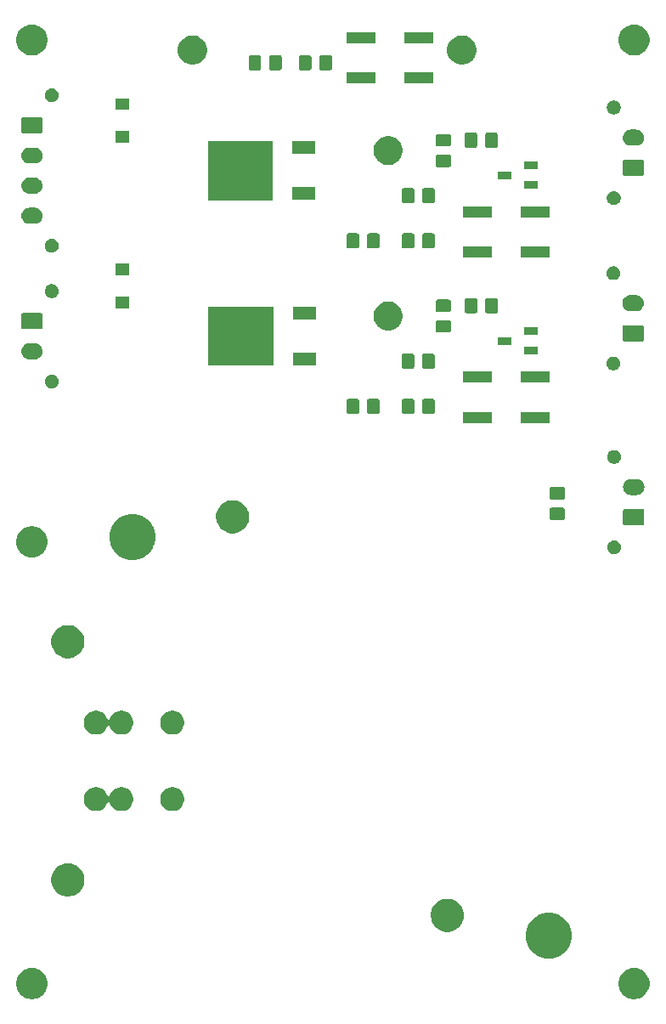
<source format=gbr>
G04 #@! TF.GenerationSoftware,KiCad,Pcbnew,(5.1.6)-1*
G04 #@! TF.CreationDate,2020-09-12T13:54:30-05:00*
G04 #@! TF.ProjectId,ContactorDriver,436f6e74-6163-4746-9f72-447269766572,rev?*
G04 #@! TF.SameCoordinates,Original*
G04 #@! TF.FileFunction,Soldermask,Top*
G04 #@! TF.FilePolarity,Negative*
%FSLAX46Y46*%
G04 Gerber Fmt 4.6, Leading zero omitted, Abs format (unit mm)*
G04 Created by KiCad (PCBNEW (5.1.6)-1) date 2020-09-12 13:54:30*
%MOMM*%
%LPD*%
G01*
G04 APERTURE LIST*
%ADD10C,0.100000*%
G04 APERTURE END LIST*
D10*
G36*
X227302585Y-163478802D02*
G01*
X227452410Y-163508604D01*
X227734674Y-163625521D01*
X227988705Y-163795259D01*
X228204741Y-164011295D01*
X228374479Y-164265326D01*
X228491396Y-164547590D01*
X228551000Y-164847240D01*
X228551000Y-165152760D01*
X228491396Y-165452410D01*
X228374479Y-165734674D01*
X228204741Y-165988705D01*
X227988705Y-166204741D01*
X227734674Y-166374479D01*
X227452410Y-166491396D01*
X227302585Y-166521198D01*
X227152761Y-166551000D01*
X226847239Y-166551000D01*
X226697415Y-166521198D01*
X226547590Y-166491396D01*
X226265326Y-166374479D01*
X226011295Y-166204741D01*
X225795259Y-165988705D01*
X225625521Y-165734674D01*
X225508604Y-165452410D01*
X225449000Y-165152760D01*
X225449000Y-164847240D01*
X225508604Y-164547590D01*
X225625521Y-164265326D01*
X225795259Y-164011295D01*
X226011295Y-163795259D01*
X226265326Y-163625521D01*
X226547590Y-163508604D01*
X226697415Y-163478802D01*
X226847239Y-163449000D01*
X227152761Y-163449000D01*
X227302585Y-163478802D01*
G37*
G36*
X167302585Y-163478802D02*
G01*
X167452410Y-163508604D01*
X167734674Y-163625521D01*
X167988705Y-163795259D01*
X168204741Y-164011295D01*
X168374479Y-164265326D01*
X168491396Y-164547590D01*
X168551000Y-164847240D01*
X168551000Y-165152760D01*
X168491396Y-165452410D01*
X168374479Y-165734674D01*
X168204741Y-165988705D01*
X167988705Y-166204741D01*
X167734674Y-166374479D01*
X167452410Y-166491396D01*
X167302585Y-166521198D01*
X167152761Y-166551000D01*
X166847239Y-166551000D01*
X166697415Y-166521198D01*
X166547590Y-166491396D01*
X166265326Y-166374479D01*
X166011295Y-166204741D01*
X165795259Y-165988705D01*
X165625521Y-165734674D01*
X165508604Y-165452410D01*
X165449000Y-165152760D01*
X165449000Y-164847240D01*
X165508604Y-164547590D01*
X165625521Y-164265326D01*
X165795259Y-164011295D01*
X166011295Y-163795259D01*
X166265326Y-163625521D01*
X166547590Y-163508604D01*
X166697415Y-163478802D01*
X166847239Y-163449000D01*
X167152761Y-163449000D01*
X167302585Y-163478802D01*
G37*
G36*
X219171304Y-158037002D02*
G01*
X219590139Y-158210489D01*
X219590141Y-158210490D01*
X219779891Y-158337277D01*
X219967082Y-158462354D01*
X220287646Y-158782918D01*
X220539511Y-159159861D01*
X220712998Y-159578696D01*
X220801440Y-160023327D01*
X220801440Y-160476673D01*
X220712998Y-160921304D01*
X220539511Y-161340139D01*
X220539510Y-161340141D01*
X220287645Y-161717083D01*
X219967083Y-162037645D01*
X219590141Y-162289510D01*
X219590140Y-162289511D01*
X219590139Y-162289511D01*
X219171304Y-162462998D01*
X218726673Y-162551440D01*
X218273327Y-162551440D01*
X217828696Y-162462998D01*
X217409861Y-162289511D01*
X217409860Y-162289511D01*
X217409859Y-162289510D01*
X217032917Y-162037645D01*
X216712355Y-161717083D01*
X216460490Y-161340141D01*
X216460489Y-161340139D01*
X216287002Y-160921304D01*
X216198560Y-160476673D01*
X216198560Y-160023327D01*
X216287002Y-159578696D01*
X216460489Y-159159861D01*
X216712354Y-158782918D01*
X217032918Y-158462354D01*
X217220109Y-158337277D01*
X217409859Y-158210490D01*
X217409861Y-158210489D01*
X217828696Y-158037002D01*
X218273327Y-157948560D01*
X218726673Y-157948560D01*
X219171304Y-158037002D01*
G37*
G36*
X208775256Y-156591298D02*
G01*
X208881579Y-156612447D01*
X209182042Y-156736903D01*
X209452451Y-156917585D01*
X209682415Y-157147549D01*
X209682416Y-157147551D01*
X209863098Y-157417960D01*
X209987553Y-157718422D01*
X210051000Y-158037389D01*
X210051000Y-158362611D01*
X210008702Y-158575256D01*
X209987553Y-158681579D01*
X209863097Y-158982042D01*
X209682415Y-159252451D01*
X209452451Y-159482415D01*
X209182042Y-159663097D01*
X208881579Y-159787553D01*
X208775256Y-159808702D01*
X208562611Y-159851000D01*
X208237389Y-159851000D01*
X208024744Y-159808702D01*
X207918421Y-159787553D01*
X207617958Y-159663097D01*
X207347549Y-159482415D01*
X207117585Y-159252451D01*
X206936903Y-158982042D01*
X206812447Y-158681579D01*
X206791298Y-158575256D01*
X206749000Y-158362611D01*
X206749000Y-158037389D01*
X206812447Y-157718422D01*
X206936902Y-157417960D01*
X207117584Y-157147551D01*
X207117585Y-157147549D01*
X207347549Y-156917585D01*
X207617958Y-156736903D01*
X207918421Y-156612447D01*
X208024744Y-156591298D01*
X208237389Y-156549000D01*
X208562611Y-156549000D01*
X208775256Y-156591298D01*
G37*
G36*
X170955256Y-153071298D02*
G01*
X171061579Y-153092447D01*
X171362042Y-153216903D01*
X171632451Y-153397585D01*
X171862415Y-153627549D01*
X172043097Y-153897958D01*
X172167553Y-154198421D01*
X172231000Y-154517391D01*
X172231000Y-154842609D01*
X172167553Y-155161579D01*
X172043097Y-155462042D01*
X171862415Y-155732451D01*
X171632451Y-155962415D01*
X171362042Y-156143097D01*
X171061579Y-156267553D01*
X170955256Y-156288702D01*
X170742611Y-156331000D01*
X170417389Y-156331000D01*
X170204744Y-156288702D01*
X170098421Y-156267553D01*
X169797958Y-156143097D01*
X169527549Y-155962415D01*
X169297585Y-155732451D01*
X169116903Y-155462042D01*
X168992447Y-155161579D01*
X168929000Y-154842609D01*
X168929000Y-154517391D01*
X168992447Y-154198421D01*
X169116903Y-153897958D01*
X169297585Y-153627549D01*
X169527549Y-153397585D01*
X169797958Y-153216903D01*
X170098421Y-153092447D01*
X170204744Y-153071298D01*
X170417389Y-153029000D01*
X170742611Y-153029000D01*
X170955256Y-153071298D01*
G37*
G36*
X173728276Y-145471884D02*
G01*
X173945569Y-145561890D01*
X173945571Y-145561891D01*
X174141130Y-145692560D01*
X174307440Y-145858870D01*
X174438110Y-146054431D01*
X174529513Y-146275097D01*
X174534516Y-146291589D01*
X174546067Y-146313199D01*
X174561613Y-146332141D01*
X174580555Y-146347686D01*
X174602165Y-146359237D01*
X174625614Y-146366350D01*
X174650000Y-146368752D01*
X174674387Y-146366350D01*
X174697836Y-146359237D01*
X174719446Y-146347686D01*
X174738388Y-146332140D01*
X174753933Y-146313198D01*
X174765484Y-146291588D01*
X174770486Y-146275098D01*
X174861890Y-146054431D01*
X174992560Y-145858870D01*
X175158870Y-145692560D01*
X175354429Y-145561891D01*
X175354431Y-145561890D01*
X175571724Y-145471884D01*
X175802400Y-145426000D01*
X176037600Y-145426000D01*
X176268276Y-145471884D01*
X176485569Y-145561890D01*
X176485571Y-145561891D01*
X176681130Y-145692560D01*
X176847440Y-145858870D01*
X176978110Y-146054431D01*
X177068116Y-146271724D01*
X177114000Y-146502400D01*
X177114000Y-146737600D01*
X177068116Y-146968276D01*
X176978110Y-147185569D01*
X176978109Y-147185571D01*
X176847440Y-147381130D01*
X176681130Y-147547440D01*
X176485571Y-147678109D01*
X176485570Y-147678110D01*
X176485569Y-147678110D01*
X176268276Y-147768116D01*
X176037600Y-147814000D01*
X175802400Y-147814000D01*
X175571724Y-147768116D01*
X175354431Y-147678110D01*
X175354430Y-147678110D01*
X175354429Y-147678109D01*
X175158870Y-147547440D01*
X174992560Y-147381130D01*
X174861891Y-147185571D01*
X174771885Y-146968277D01*
X174770487Y-146964903D01*
X174765484Y-146948411D01*
X174753933Y-146926801D01*
X174738387Y-146907859D01*
X174719445Y-146892314D01*
X174697835Y-146880763D01*
X174674386Y-146873650D01*
X174650000Y-146871248D01*
X174625613Y-146873650D01*
X174602164Y-146880763D01*
X174580554Y-146892314D01*
X174561612Y-146907860D01*
X174546067Y-146926802D01*
X174534516Y-146948412D01*
X174529514Y-146964902D01*
X174438110Y-147185569D01*
X174438109Y-147185571D01*
X174307440Y-147381130D01*
X174141130Y-147547440D01*
X173945571Y-147678109D01*
X173945570Y-147678110D01*
X173945569Y-147678110D01*
X173728276Y-147768116D01*
X173497600Y-147814000D01*
X173262400Y-147814000D01*
X173031724Y-147768116D01*
X172814431Y-147678110D01*
X172814430Y-147678110D01*
X172814429Y-147678109D01*
X172618870Y-147547440D01*
X172452560Y-147381130D01*
X172321891Y-147185571D01*
X172321890Y-147185569D01*
X172231884Y-146968276D01*
X172186000Y-146737600D01*
X172186000Y-146502400D01*
X172231884Y-146271724D01*
X172321890Y-146054431D01*
X172452560Y-145858870D01*
X172618870Y-145692560D01*
X172814429Y-145561891D01*
X172814431Y-145561890D01*
X173031724Y-145471884D01*
X173262400Y-145426000D01*
X173497600Y-145426000D01*
X173728276Y-145471884D01*
G37*
G36*
X181348276Y-145471884D02*
G01*
X181565569Y-145561890D01*
X181565571Y-145561891D01*
X181761130Y-145692560D01*
X181927440Y-145858870D01*
X182058110Y-146054431D01*
X182148116Y-146271724D01*
X182194000Y-146502400D01*
X182194000Y-146737600D01*
X182148116Y-146968276D01*
X182058110Y-147185569D01*
X182058109Y-147185571D01*
X181927440Y-147381130D01*
X181761130Y-147547440D01*
X181565571Y-147678109D01*
X181565570Y-147678110D01*
X181565569Y-147678110D01*
X181348276Y-147768116D01*
X181117600Y-147814000D01*
X180882400Y-147814000D01*
X180651724Y-147768116D01*
X180434431Y-147678110D01*
X180434430Y-147678110D01*
X180434429Y-147678109D01*
X180238870Y-147547440D01*
X180072560Y-147381130D01*
X179941891Y-147185571D01*
X179941890Y-147185569D01*
X179851884Y-146968276D01*
X179806000Y-146737600D01*
X179806000Y-146502400D01*
X179851884Y-146271724D01*
X179941890Y-146054431D01*
X180072560Y-145858870D01*
X180238870Y-145692560D01*
X180434429Y-145561891D01*
X180434431Y-145561890D01*
X180651724Y-145471884D01*
X180882400Y-145426000D01*
X181117600Y-145426000D01*
X181348276Y-145471884D01*
G37*
G36*
X173728276Y-137851884D02*
G01*
X173945569Y-137941890D01*
X173945571Y-137941891D01*
X174141130Y-138072560D01*
X174307440Y-138238870D01*
X174438110Y-138434431D01*
X174529513Y-138655097D01*
X174534516Y-138671589D01*
X174546067Y-138693199D01*
X174561613Y-138712141D01*
X174580555Y-138727686D01*
X174602165Y-138739237D01*
X174625614Y-138746350D01*
X174650000Y-138748752D01*
X174674387Y-138746350D01*
X174697836Y-138739237D01*
X174719446Y-138727686D01*
X174738388Y-138712140D01*
X174753933Y-138693198D01*
X174765484Y-138671588D01*
X174770486Y-138655098D01*
X174861890Y-138434431D01*
X174992560Y-138238870D01*
X175158870Y-138072560D01*
X175354429Y-137941891D01*
X175354431Y-137941890D01*
X175571724Y-137851884D01*
X175802400Y-137806000D01*
X176037600Y-137806000D01*
X176268276Y-137851884D01*
X176485569Y-137941890D01*
X176485571Y-137941891D01*
X176681130Y-138072560D01*
X176847440Y-138238870D01*
X176978110Y-138434431D01*
X177068116Y-138651724D01*
X177114000Y-138882400D01*
X177114000Y-139117600D01*
X177068116Y-139348276D01*
X176978110Y-139565569D01*
X176978109Y-139565571D01*
X176847440Y-139761130D01*
X176681130Y-139927440D01*
X176485571Y-140058109D01*
X176485570Y-140058110D01*
X176485569Y-140058110D01*
X176268276Y-140148116D01*
X176037600Y-140194000D01*
X175802400Y-140194000D01*
X175571724Y-140148116D01*
X175354431Y-140058110D01*
X175354430Y-140058110D01*
X175354429Y-140058109D01*
X175158870Y-139927440D01*
X174992560Y-139761130D01*
X174861891Y-139565571D01*
X174771885Y-139348277D01*
X174770487Y-139344903D01*
X174765484Y-139328411D01*
X174753933Y-139306801D01*
X174738387Y-139287859D01*
X174719445Y-139272314D01*
X174697835Y-139260763D01*
X174674386Y-139253650D01*
X174650000Y-139251248D01*
X174625613Y-139253650D01*
X174602164Y-139260763D01*
X174580554Y-139272314D01*
X174561612Y-139287860D01*
X174546067Y-139306802D01*
X174534516Y-139328412D01*
X174529514Y-139344902D01*
X174438110Y-139565569D01*
X174438109Y-139565571D01*
X174307440Y-139761130D01*
X174141130Y-139927440D01*
X173945571Y-140058109D01*
X173945570Y-140058110D01*
X173945569Y-140058110D01*
X173728276Y-140148116D01*
X173497600Y-140194000D01*
X173262400Y-140194000D01*
X173031724Y-140148116D01*
X172814431Y-140058110D01*
X172814430Y-140058110D01*
X172814429Y-140058109D01*
X172618870Y-139927440D01*
X172452560Y-139761130D01*
X172321891Y-139565571D01*
X172321890Y-139565569D01*
X172231884Y-139348276D01*
X172186000Y-139117600D01*
X172186000Y-138882400D01*
X172231884Y-138651724D01*
X172321890Y-138434431D01*
X172452560Y-138238870D01*
X172618870Y-138072560D01*
X172814429Y-137941891D01*
X172814431Y-137941890D01*
X173031724Y-137851884D01*
X173262400Y-137806000D01*
X173497600Y-137806000D01*
X173728276Y-137851884D01*
G37*
G36*
X181348276Y-137851884D02*
G01*
X181565569Y-137941890D01*
X181565571Y-137941891D01*
X181761130Y-138072560D01*
X181927440Y-138238870D01*
X182058110Y-138434431D01*
X182148116Y-138651724D01*
X182194000Y-138882400D01*
X182194000Y-139117600D01*
X182148116Y-139348276D01*
X182058110Y-139565569D01*
X182058109Y-139565571D01*
X181927440Y-139761130D01*
X181761130Y-139927440D01*
X181565571Y-140058109D01*
X181565570Y-140058110D01*
X181565569Y-140058110D01*
X181348276Y-140148116D01*
X181117600Y-140194000D01*
X180882400Y-140194000D01*
X180651724Y-140148116D01*
X180434431Y-140058110D01*
X180434430Y-140058110D01*
X180434429Y-140058109D01*
X180238870Y-139927440D01*
X180072560Y-139761130D01*
X179941891Y-139565571D01*
X179941890Y-139565569D01*
X179851884Y-139348276D01*
X179806000Y-139117600D01*
X179806000Y-138882400D01*
X179851884Y-138651724D01*
X179941890Y-138434431D01*
X180072560Y-138238870D01*
X180238870Y-138072560D01*
X180434429Y-137941891D01*
X180434431Y-137941890D01*
X180651724Y-137851884D01*
X180882400Y-137806000D01*
X181117600Y-137806000D01*
X181348276Y-137851884D01*
G37*
G36*
X170955256Y-129331298D02*
G01*
X171061579Y-129352447D01*
X171362042Y-129476903D01*
X171632451Y-129657585D01*
X171862415Y-129887549D01*
X172043097Y-130157958D01*
X172167553Y-130458421D01*
X172231000Y-130777391D01*
X172231000Y-131102609D01*
X172167553Y-131421579D01*
X172043097Y-131722042D01*
X171862415Y-131992451D01*
X171632451Y-132222415D01*
X171362042Y-132403097D01*
X171061579Y-132527553D01*
X170955256Y-132548702D01*
X170742611Y-132591000D01*
X170417389Y-132591000D01*
X170204744Y-132548702D01*
X170098421Y-132527553D01*
X169797958Y-132403097D01*
X169527549Y-132222415D01*
X169297585Y-131992451D01*
X169116903Y-131722042D01*
X168992447Y-131421579D01*
X168929000Y-131102609D01*
X168929000Y-130777391D01*
X168992447Y-130458421D01*
X169116903Y-130157958D01*
X169297585Y-129887549D01*
X169527549Y-129657585D01*
X169797958Y-129476903D01*
X170098421Y-129352447D01*
X170204744Y-129331298D01*
X170417389Y-129289000D01*
X170742611Y-129289000D01*
X170955256Y-129331298D01*
G37*
G36*
X177671304Y-118287002D02*
G01*
X178090139Y-118460489D01*
X178090141Y-118460490D01*
X178222646Y-118549027D01*
X178467082Y-118712354D01*
X178787646Y-119032918D01*
X178876085Y-119165276D01*
X178986217Y-119330100D01*
X179039511Y-119409861D01*
X179212998Y-119828696D01*
X179301440Y-120273327D01*
X179301440Y-120726673D01*
X179212998Y-121171304D01*
X179096560Y-121452410D01*
X179039510Y-121590141D01*
X179035150Y-121596666D01*
X178863178Y-121854041D01*
X178787645Y-121967083D01*
X178467083Y-122287645D01*
X178090141Y-122539510D01*
X178090140Y-122539511D01*
X178090139Y-122539511D01*
X177671304Y-122712998D01*
X177226673Y-122801440D01*
X176773327Y-122801440D01*
X176328696Y-122712998D01*
X175909861Y-122539511D01*
X175909860Y-122539511D01*
X175909859Y-122539510D01*
X175532917Y-122287645D01*
X175212355Y-121967083D01*
X175136823Y-121854041D01*
X174964850Y-121596666D01*
X174960490Y-121590141D01*
X174903440Y-121452410D01*
X174787002Y-121171304D01*
X174698560Y-120726673D01*
X174698560Y-120273327D01*
X174787002Y-119828696D01*
X174960489Y-119409861D01*
X175013784Y-119330100D01*
X175123915Y-119165276D01*
X175212354Y-119032918D01*
X175532918Y-118712354D01*
X175777354Y-118549027D01*
X175909859Y-118460490D01*
X175909861Y-118460489D01*
X176328696Y-118287002D01*
X176773327Y-118198560D01*
X177226673Y-118198560D01*
X177671304Y-118287002D01*
G37*
G36*
X167302585Y-119478802D02*
G01*
X167452410Y-119508604D01*
X167734674Y-119625521D01*
X167988705Y-119795259D01*
X168204741Y-120011295D01*
X168374479Y-120265326D01*
X168491396Y-120547590D01*
X168491396Y-120547591D01*
X168551000Y-120847239D01*
X168551000Y-121152761D01*
X168547311Y-121171305D01*
X168491396Y-121452410D01*
X168374479Y-121734674D01*
X168204741Y-121988705D01*
X167988705Y-122204741D01*
X167734674Y-122374479D01*
X167452410Y-122491396D01*
X167302585Y-122521198D01*
X167152761Y-122551000D01*
X166847239Y-122551000D01*
X166697415Y-122521198D01*
X166547590Y-122491396D01*
X166265326Y-122374479D01*
X166011295Y-122204741D01*
X165795259Y-121988705D01*
X165625521Y-121734674D01*
X165508604Y-121452410D01*
X165452689Y-121171305D01*
X165449000Y-121152761D01*
X165449000Y-120847239D01*
X165508604Y-120547591D01*
X165508604Y-120547590D01*
X165625521Y-120265326D01*
X165795259Y-120011295D01*
X166011295Y-119795259D01*
X166265326Y-119625521D01*
X166547590Y-119508604D01*
X166697415Y-119478802D01*
X166847239Y-119449000D01*
X167152761Y-119449000D01*
X167302585Y-119478802D01*
G37*
G36*
X225214498Y-120869462D02*
G01*
X225339341Y-120921174D01*
X225339343Y-120921175D01*
X225451699Y-120996249D01*
X225547251Y-121091801D01*
X225587983Y-121152760D01*
X225622326Y-121204159D01*
X225674038Y-121329002D01*
X225700400Y-121461534D01*
X225700400Y-121596666D01*
X225674038Y-121729198D01*
X225622326Y-121854041D01*
X225622325Y-121854043D01*
X225547251Y-121966399D01*
X225451699Y-122061951D01*
X225339343Y-122137025D01*
X225339342Y-122137026D01*
X225339341Y-122137026D01*
X225214498Y-122188738D01*
X225081966Y-122215100D01*
X224946834Y-122215100D01*
X224814302Y-122188738D01*
X224689459Y-122137026D01*
X224689458Y-122137026D01*
X224689457Y-122137025D01*
X224577101Y-122061951D01*
X224481549Y-121966399D01*
X224406475Y-121854043D01*
X224406474Y-121854041D01*
X224354762Y-121729198D01*
X224328400Y-121596666D01*
X224328400Y-121461534D01*
X224354762Y-121329002D01*
X224406474Y-121204159D01*
X224440818Y-121152760D01*
X224481549Y-121091801D01*
X224577101Y-120996249D01*
X224689457Y-120921175D01*
X224689459Y-120921174D01*
X224814302Y-120869462D01*
X224946834Y-120843100D01*
X225081966Y-120843100D01*
X225214498Y-120869462D01*
G37*
G36*
X187375256Y-116891298D02*
G01*
X187481579Y-116912447D01*
X187782042Y-117036903D01*
X188052451Y-117217585D01*
X188282415Y-117447549D01*
X188423767Y-117659097D01*
X188463098Y-117717960D01*
X188492223Y-117788275D01*
X188545919Y-117917907D01*
X188587553Y-118018422D01*
X188651000Y-118337389D01*
X188651000Y-118662611D01*
X188619454Y-118821200D01*
X188587553Y-118981579D01*
X188463097Y-119282042D01*
X188282415Y-119552451D01*
X188052451Y-119782415D01*
X187782042Y-119963097D01*
X187481579Y-120087553D01*
X187375256Y-120108702D01*
X187162611Y-120151000D01*
X186837389Y-120151000D01*
X186624744Y-120108702D01*
X186518421Y-120087553D01*
X186217958Y-119963097D01*
X185947549Y-119782415D01*
X185717585Y-119552451D01*
X185536903Y-119282042D01*
X185412447Y-118981579D01*
X185380546Y-118821200D01*
X185349000Y-118662611D01*
X185349000Y-118337389D01*
X185412447Y-118018422D01*
X185454082Y-117917907D01*
X185507777Y-117788275D01*
X185536902Y-117717960D01*
X185576233Y-117659097D01*
X185717585Y-117447549D01*
X185947549Y-117217585D01*
X186217958Y-117036903D01*
X186518421Y-116912447D01*
X186624744Y-116891298D01*
X186837389Y-116849000D01*
X187162611Y-116849000D01*
X187375256Y-116891298D01*
G37*
G36*
X227887448Y-117732222D02*
G01*
X227921787Y-117742639D01*
X227953436Y-117759556D01*
X227981178Y-117782322D01*
X228003944Y-117810064D01*
X228020861Y-117841713D01*
X228031278Y-117876052D01*
X228035400Y-117917907D01*
X228035400Y-119140293D01*
X228031278Y-119182148D01*
X228020861Y-119216487D01*
X228003944Y-119248136D01*
X227981178Y-119275878D01*
X227953436Y-119298644D01*
X227921787Y-119315561D01*
X227887448Y-119325978D01*
X227845593Y-119330100D01*
X226103207Y-119330100D01*
X226061352Y-119325978D01*
X226027013Y-119315561D01*
X225995364Y-119298644D01*
X225967622Y-119275878D01*
X225944856Y-119248136D01*
X225927939Y-119216487D01*
X225917522Y-119182148D01*
X225913400Y-119140293D01*
X225913400Y-117917907D01*
X225917522Y-117876052D01*
X225927939Y-117841713D01*
X225944856Y-117810064D01*
X225967622Y-117782322D01*
X225995364Y-117759556D01*
X226027013Y-117742639D01*
X226061352Y-117732222D01*
X226103207Y-117728100D01*
X227845593Y-117728100D01*
X227887448Y-117732222D01*
G37*
G36*
X219943074Y-117573665D02*
G01*
X219980767Y-117585099D01*
X220015503Y-117603666D01*
X220045948Y-117628652D01*
X220070934Y-117659097D01*
X220089501Y-117693833D01*
X220100935Y-117731526D01*
X220105400Y-117776861D01*
X220105400Y-118613539D01*
X220100935Y-118658874D01*
X220089501Y-118696567D01*
X220070934Y-118731303D01*
X220045948Y-118761748D01*
X220015503Y-118786734D01*
X219980767Y-118805301D01*
X219943074Y-118816735D01*
X219897739Y-118821200D01*
X218811061Y-118821200D01*
X218765726Y-118816735D01*
X218728033Y-118805301D01*
X218693297Y-118786734D01*
X218662852Y-118761748D01*
X218637866Y-118731303D01*
X218619299Y-118696567D01*
X218607865Y-118658874D01*
X218603400Y-118613539D01*
X218603400Y-117776861D01*
X218607865Y-117731526D01*
X218619299Y-117693833D01*
X218637866Y-117659097D01*
X218662852Y-117628652D01*
X218693297Y-117603666D01*
X218728033Y-117585099D01*
X218765726Y-117573665D01*
X218811061Y-117569200D01*
X219897739Y-117569200D01*
X219943074Y-117573665D01*
G37*
G36*
X219943074Y-115523665D02*
G01*
X219980767Y-115535099D01*
X220015503Y-115553666D01*
X220045948Y-115578652D01*
X220070934Y-115609097D01*
X220089501Y-115643833D01*
X220100935Y-115681526D01*
X220105400Y-115726861D01*
X220105400Y-116563539D01*
X220100935Y-116608874D01*
X220089501Y-116646567D01*
X220070934Y-116681303D01*
X220045948Y-116711748D01*
X220015503Y-116736734D01*
X219980767Y-116755301D01*
X219943074Y-116766735D01*
X219897739Y-116771200D01*
X218811061Y-116771200D01*
X218765726Y-116766735D01*
X218728033Y-116755301D01*
X218693297Y-116736734D01*
X218662852Y-116711748D01*
X218637866Y-116681303D01*
X218619299Y-116646567D01*
X218607865Y-116608874D01*
X218603400Y-116563539D01*
X218603400Y-115726861D01*
X218607865Y-115681526D01*
X218619299Y-115643833D01*
X218637866Y-115609097D01*
X218662852Y-115578652D01*
X218693297Y-115553666D01*
X218728033Y-115535099D01*
X218765726Y-115523665D01*
X218811061Y-115519200D01*
X219897739Y-115519200D01*
X219943074Y-115523665D01*
G37*
G36*
X227312971Y-114731963D02*
G01*
X227391423Y-114739690D01*
X227492082Y-114770225D01*
X227542413Y-114785492D01*
X227681565Y-114859871D01*
X227803533Y-114959967D01*
X227903629Y-115081935D01*
X227978008Y-115221087D01*
X227978008Y-115221088D01*
X228023810Y-115372077D01*
X228039275Y-115529100D01*
X228023810Y-115686123D01*
X228023478Y-115687217D01*
X227978008Y-115837113D01*
X227903629Y-115976265D01*
X227803533Y-116098233D01*
X227681565Y-116198329D01*
X227542413Y-116272708D01*
X227492082Y-116287975D01*
X227391423Y-116318510D01*
X227312971Y-116326237D01*
X227273746Y-116330100D01*
X226675054Y-116330100D01*
X226635829Y-116326237D01*
X226557377Y-116318510D01*
X226456718Y-116287975D01*
X226406387Y-116272708D01*
X226267235Y-116198329D01*
X226145267Y-116098233D01*
X226045171Y-115976265D01*
X225970792Y-115837113D01*
X225925322Y-115687217D01*
X225924990Y-115686123D01*
X225909525Y-115529100D01*
X225924990Y-115372077D01*
X225970792Y-115221088D01*
X225970792Y-115221087D01*
X226045171Y-115081935D01*
X226145267Y-114959967D01*
X226267235Y-114859871D01*
X226406387Y-114785492D01*
X226456718Y-114770225D01*
X226557377Y-114739690D01*
X226635829Y-114731963D01*
X226675054Y-114728100D01*
X227273746Y-114728100D01*
X227312971Y-114731963D01*
G37*
G36*
X225214498Y-111869462D02*
G01*
X225339341Y-111921174D01*
X225339343Y-111921175D01*
X225451699Y-111996249D01*
X225547251Y-112091801D01*
X225622326Y-112204159D01*
X225674038Y-112329002D01*
X225700400Y-112461534D01*
X225700400Y-112596666D01*
X225674038Y-112729198D01*
X225622326Y-112854041D01*
X225622325Y-112854043D01*
X225547251Y-112966399D01*
X225451699Y-113061951D01*
X225339343Y-113137025D01*
X225339342Y-113137026D01*
X225339341Y-113137026D01*
X225214498Y-113188738D01*
X225081966Y-113215100D01*
X224946834Y-113215100D01*
X224814302Y-113188738D01*
X224689459Y-113137026D01*
X224689458Y-113137026D01*
X224689457Y-113137025D01*
X224577101Y-113061951D01*
X224481549Y-112966399D01*
X224406475Y-112854043D01*
X224406474Y-112854041D01*
X224354762Y-112729198D01*
X224328400Y-112596666D01*
X224328400Y-112461534D01*
X224354762Y-112329002D01*
X224406474Y-112204159D01*
X224481549Y-112091801D01*
X224577101Y-111996249D01*
X224689457Y-111921175D01*
X224689459Y-111921174D01*
X224814302Y-111869462D01*
X224946834Y-111843100D01*
X225081966Y-111843100D01*
X225214498Y-111869462D01*
G37*
G36*
X218574000Y-109142100D02*
G01*
X215722000Y-109142100D01*
X215722000Y-108040100D01*
X218574000Y-108040100D01*
X218574000Y-109142100D01*
G37*
G36*
X212824000Y-109142100D02*
G01*
X209972000Y-109142100D01*
X209972000Y-108040100D01*
X212824000Y-108040100D01*
X212824000Y-109142100D01*
G37*
G36*
X204938674Y-106753465D02*
G01*
X204976367Y-106764899D01*
X205011103Y-106783466D01*
X205041548Y-106808452D01*
X205066534Y-106838897D01*
X205085101Y-106873633D01*
X205096535Y-106911326D01*
X205101000Y-106956661D01*
X205101000Y-108043339D01*
X205096535Y-108088674D01*
X205085101Y-108126367D01*
X205066534Y-108161103D01*
X205041548Y-108191548D01*
X205011103Y-108216534D01*
X204976367Y-108235101D01*
X204938674Y-108246535D01*
X204893339Y-108251000D01*
X204056661Y-108251000D01*
X204011326Y-108246535D01*
X203973633Y-108235101D01*
X203938897Y-108216534D01*
X203908452Y-108191548D01*
X203883466Y-108161103D01*
X203864899Y-108126367D01*
X203853465Y-108088674D01*
X203849000Y-108043339D01*
X203849000Y-106956661D01*
X203853465Y-106911326D01*
X203864899Y-106873633D01*
X203883466Y-106838897D01*
X203908452Y-106808452D01*
X203938897Y-106783466D01*
X203973633Y-106764899D01*
X204011326Y-106753465D01*
X204056661Y-106749000D01*
X204893339Y-106749000D01*
X204938674Y-106753465D01*
G37*
G36*
X199438674Y-106753465D02*
G01*
X199476367Y-106764899D01*
X199511103Y-106783466D01*
X199541548Y-106808452D01*
X199566534Y-106838897D01*
X199585101Y-106873633D01*
X199596535Y-106911326D01*
X199601000Y-106956661D01*
X199601000Y-108043339D01*
X199596535Y-108088674D01*
X199585101Y-108126367D01*
X199566534Y-108161103D01*
X199541548Y-108191548D01*
X199511103Y-108216534D01*
X199476367Y-108235101D01*
X199438674Y-108246535D01*
X199393339Y-108251000D01*
X198556661Y-108251000D01*
X198511326Y-108246535D01*
X198473633Y-108235101D01*
X198438897Y-108216534D01*
X198408452Y-108191548D01*
X198383466Y-108161103D01*
X198364899Y-108126367D01*
X198353465Y-108088674D01*
X198349000Y-108043339D01*
X198349000Y-106956661D01*
X198353465Y-106911326D01*
X198364899Y-106873633D01*
X198383466Y-106838897D01*
X198408452Y-106808452D01*
X198438897Y-106783466D01*
X198473633Y-106764899D01*
X198511326Y-106753465D01*
X198556661Y-106749000D01*
X199393339Y-106749000D01*
X199438674Y-106753465D01*
G37*
G36*
X206988674Y-106753465D02*
G01*
X207026367Y-106764899D01*
X207061103Y-106783466D01*
X207091548Y-106808452D01*
X207116534Y-106838897D01*
X207135101Y-106873633D01*
X207146535Y-106911326D01*
X207151000Y-106956661D01*
X207151000Y-108043339D01*
X207146535Y-108088674D01*
X207135101Y-108126367D01*
X207116534Y-108161103D01*
X207091548Y-108191548D01*
X207061103Y-108216534D01*
X207026367Y-108235101D01*
X206988674Y-108246535D01*
X206943339Y-108251000D01*
X206106661Y-108251000D01*
X206061326Y-108246535D01*
X206023633Y-108235101D01*
X205988897Y-108216534D01*
X205958452Y-108191548D01*
X205933466Y-108161103D01*
X205914899Y-108126367D01*
X205903465Y-108088674D01*
X205899000Y-108043339D01*
X205899000Y-106956661D01*
X205903465Y-106911326D01*
X205914899Y-106873633D01*
X205933466Y-106838897D01*
X205958452Y-106808452D01*
X205988897Y-106783466D01*
X206023633Y-106764899D01*
X206061326Y-106753465D01*
X206106661Y-106749000D01*
X206943339Y-106749000D01*
X206988674Y-106753465D01*
G37*
G36*
X201488674Y-106753465D02*
G01*
X201526367Y-106764899D01*
X201561103Y-106783466D01*
X201591548Y-106808452D01*
X201616534Y-106838897D01*
X201635101Y-106873633D01*
X201646535Y-106911326D01*
X201651000Y-106956661D01*
X201651000Y-108043339D01*
X201646535Y-108088674D01*
X201635101Y-108126367D01*
X201616534Y-108161103D01*
X201591548Y-108191548D01*
X201561103Y-108216534D01*
X201526367Y-108235101D01*
X201488674Y-108246535D01*
X201443339Y-108251000D01*
X200606661Y-108251000D01*
X200561326Y-108246535D01*
X200523633Y-108235101D01*
X200488897Y-108216534D01*
X200458452Y-108191548D01*
X200433466Y-108161103D01*
X200414899Y-108126367D01*
X200403465Y-108088674D01*
X200399000Y-108043339D01*
X200399000Y-106956661D01*
X200403465Y-106911326D01*
X200414899Y-106873633D01*
X200433466Y-106838897D01*
X200458452Y-106808452D01*
X200488897Y-106783466D01*
X200523633Y-106764899D01*
X200561326Y-106753465D01*
X200606661Y-106749000D01*
X201443339Y-106749000D01*
X201488674Y-106753465D01*
G37*
G36*
X169160098Y-104340362D02*
G01*
X169284941Y-104392074D01*
X169284943Y-104392075D01*
X169397299Y-104467149D01*
X169492851Y-104562701D01*
X169567926Y-104675059D01*
X169619638Y-104799902D01*
X169646000Y-104932434D01*
X169646000Y-105067566D01*
X169619638Y-105200098D01*
X169567926Y-105324941D01*
X169567925Y-105324943D01*
X169492851Y-105437299D01*
X169397299Y-105532851D01*
X169284943Y-105607925D01*
X169284942Y-105607926D01*
X169284941Y-105607926D01*
X169160098Y-105659638D01*
X169027566Y-105686000D01*
X168892434Y-105686000D01*
X168759902Y-105659638D01*
X168635059Y-105607926D01*
X168635058Y-105607926D01*
X168635057Y-105607925D01*
X168522701Y-105532851D01*
X168427149Y-105437299D01*
X168352075Y-105324943D01*
X168352074Y-105324941D01*
X168300362Y-105200098D01*
X168274000Y-105067566D01*
X168274000Y-104932434D01*
X168300362Y-104799902D01*
X168352074Y-104675059D01*
X168427149Y-104562701D01*
X168522701Y-104467149D01*
X168635057Y-104392075D01*
X168635059Y-104392074D01*
X168759902Y-104340362D01*
X168892434Y-104314000D01*
X169027566Y-104314000D01*
X169160098Y-104340362D01*
G37*
G36*
X212824000Y-105142100D02*
G01*
X209972000Y-105142100D01*
X209972000Y-104040100D01*
X212824000Y-104040100D01*
X212824000Y-105142100D01*
G37*
G36*
X218574000Y-105142100D02*
G01*
X215722000Y-105142100D01*
X215722000Y-104040100D01*
X218574000Y-104040100D01*
X218574000Y-105142100D01*
G37*
G36*
X225163698Y-102556062D02*
G01*
X225288541Y-102607774D01*
X225288543Y-102607775D01*
X225380515Y-102669229D01*
X225400899Y-102682849D01*
X225496451Y-102778401D01*
X225571526Y-102890759D01*
X225623238Y-103015602D01*
X225649600Y-103148134D01*
X225649600Y-103283266D01*
X225623238Y-103415798D01*
X225597130Y-103478827D01*
X225571525Y-103540643D01*
X225496451Y-103652999D01*
X225400899Y-103748551D01*
X225288543Y-103823625D01*
X225288542Y-103823626D01*
X225288541Y-103823626D01*
X225163698Y-103875338D01*
X225031166Y-103901700D01*
X224896034Y-103901700D01*
X224763502Y-103875338D01*
X224638659Y-103823626D01*
X224638658Y-103823626D01*
X224638657Y-103823625D01*
X224526301Y-103748551D01*
X224430749Y-103652999D01*
X224355675Y-103540643D01*
X224330070Y-103478827D01*
X224303962Y-103415798D01*
X224277600Y-103283266D01*
X224277600Y-103148134D01*
X224303962Y-103015602D01*
X224355674Y-102890759D01*
X224430749Y-102778401D01*
X224526301Y-102682849D01*
X224546685Y-102669229D01*
X224638657Y-102607775D01*
X224638659Y-102607774D01*
X224763502Y-102556062D01*
X224896034Y-102529700D01*
X225031166Y-102529700D01*
X225163698Y-102556062D01*
G37*
G36*
X204938674Y-102253465D02*
G01*
X204976367Y-102264899D01*
X205011103Y-102283466D01*
X205041548Y-102308452D01*
X205066534Y-102338897D01*
X205085101Y-102373633D01*
X205096535Y-102411326D01*
X205101000Y-102456661D01*
X205101000Y-103543339D01*
X205096535Y-103588674D01*
X205085101Y-103626367D01*
X205066534Y-103661103D01*
X205041548Y-103691548D01*
X205011103Y-103716534D01*
X204976367Y-103735101D01*
X204938674Y-103746535D01*
X204893339Y-103751000D01*
X204056661Y-103751000D01*
X204011326Y-103746535D01*
X203973633Y-103735101D01*
X203938897Y-103716534D01*
X203908452Y-103691548D01*
X203883466Y-103661103D01*
X203864899Y-103626367D01*
X203853465Y-103588674D01*
X203849000Y-103543339D01*
X203849000Y-102456661D01*
X203853465Y-102411326D01*
X203864899Y-102373633D01*
X203883466Y-102338897D01*
X203908452Y-102308452D01*
X203938897Y-102283466D01*
X203973633Y-102264899D01*
X204011326Y-102253465D01*
X204056661Y-102249000D01*
X204893339Y-102249000D01*
X204938674Y-102253465D01*
G37*
G36*
X206988674Y-102253465D02*
G01*
X207026367Y-102264899D01*
X207061103Y-102283466D01*
X207091548Y-102308452D01*
X207116534Y-102338897D01*
X207135101Y-102373633D01*
X207146535Y-102411326D01*
X207151000Y-102456661D01*
X207151000Y-103543339D01*
X207146535Y-103588674D01*
X207135101Y-103626367D01*
X207116534Y-103661103D01*
X207091548Y-103691548D01*
X207061103Y-103716534D01*
X207026367Y-103735101D01*
X206988674Y-103746535D01*
X206943339Y-103751000D01*
X206106661Y-103751000D01*
X206061326Y-103746535D01*
X206023633Y-103735101D01*
X205988897Y-103716534D01*
X205958452Y-103691548D01*
X205933466Y-103661103D01*
X205914899Y-103626367D01*
X205903465Y-103588674D01*
X205899000Y-103543339D01*
X205899000Y-102456661D01*
X205903465Y-102411326D01*
X205914899Y-102373633D01*
X205933466Y-102338897D01*
X205958452Y-102308452D01*
X205988897Y-102283466D01*
X206023633Y-102264899D01*
X206061326Y-102253465D01*
X206106661Y-102249000D01*
X206943339Y-102249000D01*
X206988674Y-102253465D01*
G37*
G36*
X191101000Y-103451000D02*
G01*
X184599000Y-103451000D01*
X184599000Y-97549000D01*
X191101000Y-97549000D01*
X191101000Y-103451000D01*
G37*
G36*
X195301000Y-103431000D02*
G01*
X192999000Y-103431000D01*
X192999000Y-102129000D01*
X195301000Y-102129000D01*
X195301000Y-103431000D01*
G37*
G36*
X167338571Y-101202863D02*
G01*
X167417023Y-101210590D01*
X167517682Y-101241125D01*
X167568013Y-101256392D01*
X167707165Y-101330771D01*
X167829133Y-101430867D01*
X167929229Y-101552835D01*
X168003608Y-101691987D01*
X168003608Y-101691988D01*
X168049410Y-101842977D01*
X168064875Y-102000000D01*
X168049410Y-102157023D01*
X168021509Y-102249000D01*
X168003608Y-102308013D01*
X167929229Y-102447165D01*
X167829133Y-102569133D01*
X167707165Y-102669229D01*
X167568013Y-102743608D01*
X167517682Y-102758875D01*
X167417023Y-102789410D01*
X167338571Y-102797137D01*
X167299346Y-102801000D01*
X166700654Y-102801000D01*
X166661429Y-102797137D01*
X166582977Y-102789410D01*
X166482318Y-102758875D01*
X166431987Y-102743608D01*
X166292835Y-102669229D01*
X166170867Y-102569133D01*
X166070771Y-102447165D01*
X165996392Y-102308013D01*
X165978491Y-102249000D01*
X165950590Y-102157023D01*
X165935125Y-102000000D01*
X165950590Y-101842977D01*
X165996392Y-101691988D01*
X165996392Y-101691987D01*
X166070771Y-101552835D01*
X166170867Y-101430867D01*
X166292835Y-101330771D01*
X166431987Y-101256392D01*
X166482318Y-101241125D01*
X166582977Y-101210590D01*
X166661429Y-101202863D01*
X166700654Y-101199000D01*
X167299346Y-101199000D01*
X167338571Y-101202863D01*
G37*
G36*
X217388400Y-102291000D02*
G01*
X216066400Y-102291000D01*
X216066400Y-101539000D01*
X217388400Y-101539000D01*
X217388400Y-102291000D01*
G37*
G36*
X214768400Y-101341000D02*
G01*
X213446400Y-101341000D01*
X213446400Y-100589000D01*
X214768400Y-100589000D01*
X214768400Y-101341000D01*
G37*
G36*
X227836648Y-99418822D02*
G01*
X227870987Y-99429239D01*
X227902636Y-99446156D01*
X227930378Y-99468922D01*
X227953144Y-99496664D01*
X227970061Y-99528313D01*
X227980478Y-99562652D01*
X227984600Y-99604507D01*
X227984600Y-100826893D01*
X227980478Y-100868748D01*
X227970061Y-100903087D01*
X227953144Y-100934736D01*
X227930378Y-100962478D01*
X227902636Y-100985244D01*
X227870987Y-101002161D01*
X227836648Y-101012578D01*
X227794793Y-101016700D01*
X226052407Y-101016700D01*
X226010552Y-101012578D01*
X225976213Y-101002161D01*
X225944564Y-100985244D01*
X225916822Y-100962478D01*
X225894056Y-100934736D01*
X225877139Y-100903087D01*
X225866722Y-100868748D01*
X225862600Y-100826893D01*
X225862600Y-99604507D01*
X225866722Y-99562652D01*
X225877139Y-99528313D01*
X225894056Y-99496664D01*
X225916822Y-99468922D01*
X225944564Y-99446156D01*
X225976213Y-99429239D01*
X226010552Y-99418822D01*
X226052407Y-99414700D01*
X227794793Y-99414700D01*
X227836648Y-99418822D01*
G37*
G36*
X217388400Y-100391000D02*
G01*
X216066400Y-100391000D01*
X216066400Y-99639000D01*
X217388400Y-99639000D01*
X217388400Y-100391000D01*
G37*
G36*
X208588674Y-98903465D02*
G01*
X208626367Y-98914899D01*
X208661103Y-98933466D01*
X208691548Y-98958452D01*
X208716534Y-98988897D01*
X208735101Y-99023633D01*
X208746535Y-99061326D01*
X208751000Y-99106661D01*
X208751000Y-99943339D01*
X208746535Y-99988674D01*
X208735101Y-100026367D01*
X208716534Y-100061103D01*
X208691548Y-100091548D01*
X208661103Y-100116534D01*
X208626367Y-100135101D01*
X208588674Y-100146535D01*
X208543339Y-100151000D01*
X207456661Y-100151000D01*
X207411326Y-100146535D01*
X207373633Y-100135101D01*
X207338897Y-100116534D01*
X207308452Y-100091548D01*
X207283466Y-100061103D01*
X207264899Y-100026367D01*
X207253465Y-99988674D01*
X207249000Y-99943339D01*
X207249000Y-99106661D01*
X207253465Y-99061326D01*
X207264899Y-99023633D01*
X207283466Y-98988897D01*
X207308452Y-98958452D01*
X207338897Y-98933466D01*
X207373633Y-98914899D01*
X207411326Y-98903465D01*
X207456661Y-98899000D01*
X208543339Y-98899000D01*
X208588674Y-98903465D01*
G37*
G36*
X202923241Y-97104760D02*
G01*
X203187305Y-97214139D01*
X203424958Y-97372934D01*
X203627066Y-97575042D01*
X203785861Y-97812695D01*
X203895240Y-98076759D01*
X203951000Y-98357088D01*
X203951000Y-98642912D01*
X203895240Y-98923241D01*
X203785861Y-99187305D01*
X203627066Y-99424958D01*
X203424958Y-99627066D01*
X203187305Y-99785861D01*
X202923241Y-99895240D01*
X202642912Y-99951000D01*
X202357088Y-99951000D01*
X202076759Y-99895240D01*
X201812695Y-99785861D01*
X201575042Y-99627066D01*
X201372934Y-99424958D01*
X201214139Y-99187305D01*
X201104760Y-98923241D01*
X201049000Y-98642912D01*
X201049000Y-98357088D01*
X201104760Y-98076759D01*
X201214139Y-97812695D01*
X201372934Y-97575042D01*
X201575042Y-97372934D01*
X201812695Y-97214139D01*
X202076759Y-97104760D01*
X202357088Y-97049000D01*
X202642912Y-97049000D01*
X202923241Y-97104760D01*
G37*
G36*
X167913048Y-98203122D02*
G01*
X167947387Y-98213539D01*
X167979036Y-98230456D01*
X168006778Y-98253222D01*
X168029544Y-98280964D01*
X168046461Y-98312613D01*
X168056878Y-98346952D01*
X168061000Y-98388807D01*
X168061000Y-99611193D01*
X168056878Y-99653048D01*
X168046461Y-99687387D01*
X168029544Y-99719036D01*
X168006778Y-99746778D01*
X167979036Y-99769544D01*
X167947387Y-99786461D01*
X167913048Y-99796878D01*
X167871193Y-99801000D01*
X166128807Y-99801000D01*
X166086952Y-99796878D01*
X166052613Y-99786461D01*
X166020964Y-99769544D01*
X165993222Y-99746778D01*
X165970456Y-99719036D01*
X165953539Y-99687387D01*
X165943122Y-99653048D01*
X165939000Y-99611193D01*
X165939000Y-98388807D01*
X165943122Y-98346952D01*
X165953539Y-98312613D01*
X165970456Y-98280964D01*
X165993222Y-98253222D01*
X166020964Y-98230456D01*
X166052613Y-98213539D01*
X166086952Y-98203122D01*
X166128807Y-98199000D01*
X167871193Y-98199000D01*
X167913048Y-98203122D01*
G37*
G36*
X195301000Y-98871000D02*
G01*
X192999000Y-98871000D01*
X192999000Y-97569000D01*
X195301000Y-97569000D01*
X195301000Y-98871000D01*
G37*
G36*
X213273874Y-96725965D02*
G01*
X213311567Y-96737399D01*
X213346303Y-96755966D01*
X213376748Y-96780952D01*
X213401734Y-96811397D01*
X213420301Y-96846133D01*
X213431735Y-96883826D01*
X213436200Y-96929161D01*
X213436200Y-98015839D01*
X213431735Y-98061174D01*
X213420301Y-98098867D01*
X213401734Y-98133603D01*
X213376748Y-98164048D01*
X213346303Y-98189034D01*
X213311567Y-98207601D01*
X213273874Y-98219035D01*
X213228539Y-98223500D01*
X212391861Y-98223500D01*
X212346526Y-98219035D01*
X212308833Y-98207601D01*
X212274097Y-98189034D01*
X212243652Y-98164048D01*
X212218666Y-98133603D01*
X212200099Y-98098867D01*
X212188665Y-98061174D01*
X212184200Y-98015839D01*
X212184200Y-96929161D01*
X212188665Y-96883826D01*
X212200099Y-96846133D01*
X212218666Y-96811397D01*
X212243652Y-96780952D01*
X212274097Y-96755966D01*
X212308833Y-96737399D01*
X212346526Y-96725965D01*
X212391861Y-96721500D01*
X213228539Y-96721500D01*
X213273874Y-96725965D01*
G37*
G36*
X211223874Y-96725965D02*
G01*
X211261567Y-96737399D01*
X211296303Y-96755966D01*
X211326748Y-96780952D01*
X211351734Y-96811397D01*
X211370301Y-96846133D01*
X211381735Y-96883826D01*
X211386200Y-96929161D01*
X211386200Y-98015839D01*
X211381735Y-98061174D01*
X211370301Y-98098867D01*
X211351734Y-98133603D01*
X211326748Y-98164048D01*
X211296303Y-98189034D01*
X211261567Y-98207601D01*
X211223874Y-98219035D01*
X211178539Y-98223500D01*
X210341861Y-98223500D01*
X210296526Y-98219035D01*
X210258833Y-98207601D01*
X210224097Y-98189034D01*
X210193652Y-98164048D01*
X210168666Y-98133603D01*
X210150099Y-98098867D01*
X210138665Y-98061174D01*
X210134200Y-98015839D01*
X210134200Y-96929161D01*
X210138665Y-96883826D01*
X210150099Y-96846133D01*
X210168666Y-96811397D01*
X210193652Y-96780952D01*
X210224097Y-96755966D01*
X210258833Y-96737399D01*
X210296526Y-96725965D01*
X210341861Y-96721500D01*
X211178539Y-96721500D01*
X211223874Y-96725965D01*
G37*
G36*
X208588674Y-96853465D02*
G01*
X208626367Y-96864899D01*
X208661103Y-96883466D01*
X208691548Y-96908452D01*
X208716534Y-96938897D01*
X208735101Y-96973633D01*
X208746535Y-97011326D01*
X208751000Y-97056661D01*
X208751000Y-97893339D01*
X208746535Y-97938674D01*
X208735101Y-97976367D01*
X208716534Y-98011103D01*
X208691548Y-98041548D01*
X208661103Y-98066534D01*
X208626367Y-98085101D01*
X208588674Y-98096535D01*
X208543339Y-98101000D01*
X207456661Y-98101000D01*
X207411326Y-98096535D01*
X207373633Y-98085101D01*
X207338897Y-98066534D01*
X207308452Y-98041548D01*
X207283466Y-98011103D01*
X207264899Y-97976367D01*
X207253465Y-97938674D01*
X207249000Y-97893339D01*
X207249000Y-97056661D01*
X207253465Y-97011326D01*
X207264899Y-96973633D01*
X207283466Y-96938897D01*
X207308452Y-96908452D01*
X207338897Y-96883466D01*
X207373633Y-96864899D01*
X207411326Y-96853465D01*
X207456661Y-96849000D01*
X208543339Y-96849000D01*
X208588674Y-96853465D01*
G37*
G36*
X227262171Y-96418563D02*
G01*
X227340623Y-96426290D01*
X227441282Y-96456825D01*
X227491613Y-96472092D01*
X227630765Y-96546471D01*
X227752733Y-96646567D01*
X227852829Y-96768535D01*
X227927208Y-96907687D01*
X227933722Y-96929161D01*
X227973010Y-97058677D01*
X227988475Y-97215700D01*
X227973010Y-97372723D01*
X227942475Y-97473382D01*
X227927208Y-97523713D01*
X227852829Y-97662865D01*
X227752733Y-97784833D01*
X227630765Y-97884929D01*
X227491613Y-97959308D01*
X227441282Y-97974575D01*
X227340623Y-98005110D01*
X227262171Y-98012837D01*
X227222946Y-98016700D01*
X226624254Y-98016700D01*
X226585029Y-98012837D01*
X226506577Y-98005110D01*
X226405918Y-97974575D01*
X226355587Y-97959308D01*
X226216435Y-97884929D01*
X226094467Y-97784833D01*
X225994371Y-97662865D01*
X225919992Y-97523713D01*
X225904725Y-97473382D01*
X225874190Y-97372723D01*
X225858725Y-97215700D01*
X225874190Y-97058677D01*
X225913478Y-96929161D01*
X225919992Y-96907687D01*
X225994371Y-96768535D01*
X226094467Y-96646567D01*
X226216435Y-96546471D01*
X226355587Y-96472092D01*
X226405918Y-96456825D01*
X226506577Y-96426290D01*
X226585029Y-96418563D01*
X226624254Y-96414700D01*
X227222946Y-96414700D01*
X227262171Y-96418563D01*
G37*
G36*
X176647900Y-97710000D02*
G01*
X175352100Y-97710000D01*
X175352100Y-96566600D01*
X176647900Y-96566600D01*
X176647900Y-97710000D01*
G37*
G36*
X169160098Y-95340362D02*
G01*
X169284941Y-95392074D01*
X169284943Y-95392075D01*
X169397299Y-95467149D01*
X169492851Y-95562701D01*
X169567926Y-95675059D01*
X169619638Y-95799902D01*
X169646000Y-95932434D01*
X169646000Y-96067566D01*
X169619638Y-96200098D01*
X169567926Y-96324941D01*
X169567925Y-96324943D01*
X169492851Y-96437299D01*
X169397299Y-96532851D01*
X169284943Y-96607925D01*
X169284942Y-96607926D01*
X169284941Y-96607926D01*
X169160098Y-96659638D01*
X169027566Y-96686000D01*
X168892434Y-96686000D01*
X168759902Y-96659638D01*
X168635059Y-96607926D01*
X168635058Y-96607926D01*
X168635057Y-96607925D01*
X168522701Y-96532851D01*
X168427149Y-96437299D01*
X168352075Y-96324943D01*
X168352074Y-96324941D01*
X168300362Y-96200098D01*
X168274000Y-96067566D01*
X168274000Y-95932434D01*
X168300362Y-95799902D01*
X168352074Y-95675059D01*
X168427149Y-95562701D01*
X168522701Y-95467149D01*
X168635057Y-95392075D01*
X168635059Y-95392074D01*
X168759902Y-95340362D01*
X168892434Y-95314000D01*
X169027566Y-95314000D01*
X169160098Y-95340362D01*
G37*
G36*
X225163698Y-93556062D02*
G01*
X225288541Y-93607774D01*
X225288543Y-93607775D01*
X225400899Y-93682849D01*
X225496451Y-93778401D01*
X225571526Y-93890759D01*
X225623238Y-94015602D01*
X225649600Y-94148134D01*
X225649600Y-94283266D01*
X225623238Y-94415798D01*
X225571526Y-94540641D01*
X225571525Y-94540643D01*
X225496451Y-94652999D01*
X225400899Y-94748551D01*
X225288543Y-94823625D01*
X225288542Y-94823626D01*
X225288541Y-94823626D01*
X225163698Y-94875338D01*
X225031166Y-94901700D01*
X224896034Y-94901700D01*
X224763502Y-94875338D01*
X224638659Y-94823626D01*
X224638658Y-94823626D01*
X224638657Y-94823625D01*
X224526301Y-94748551D01*
X224430749Y-94652999D01*
X224355675Y-94540643D01*
X224355674Y-94540641D01*
X224303962Y-94415798D01*
X224277600Y-94283266D01*
X224277600Y-94148134D01*
X224303962Y-94015602D01*
X224355674Y-93890759D01*
X224430749Y-93778401D01*
X224526301Y-93682849D01*
X224638657Y-93607775D01*
X224638659Y-93607774D01*
X224763502Y-93556062D01*
X224896034Y-93529700D01*
X225031166Y-93529700D01*
X225163698Y-93556062D01*
G37*
G36*
X176647900Y-94433400D02*
G01*
X175352100Y-94433400D01*
X175352100Y-93290000D01*
X176647900Y-93290000D01*
X176647900Y-94433400D01*
G37*
G36*
X212825400Y-92657500D02*
G01*
X209973400Y-92657500D01*
X209973400Y-91555500D01*
X212825400Y-91555500D01*
X212825400Y-92657500D01*
G37*
G36*
X218575400Y-92657500D02*
G01*
X215723400Y-92657500D01*
X215723400Y-91555500D01*
X218575400Y-91555500D01*
X218575400Y-92657500D01*
G37*
G36*
X169160098Y-90840362D02*
G01*
X169284941Y-90892074D01*
X169284943Y-90892075D01*
X169397299Y-90967149D01*
X169492851Y-91062701D01*
X169567926Y-91175059D01*
X169619638Y-91299902D01*
X169646000Y-91432434D01*
X169646000Y-91567566D01*
X169619638Y-91700098D01*
X169567926Y-91824941D01*
X169567925Y-91824943D01*
X169492851Y-91937299D01*
X169397299Y-92032851D01*
X169284943Y-92107925D01*
X169284942Y-92107926D01*
X169284941Y-92107926D01*
X169160098Y-92159638D01*
X169027566Y-92186000D01*
X168892434Y-92186000D01*
X168759902Y-92159638D01*
X168635059Y-92107926D01*
X168635058Y-92107926D01*
X168635057Y-92107925D01*
X168522701Y-92032851D01*
X168427149Y-91937299D01*
X168352075Y-91824943D01*
X168352074Y-91824941D01*
X168300362Y-91700098D01*
X168274000Y-91567566D01*
X168274000Y-91432434D01*
X168300362Y-91299902D01*
X168352074Y-91175059D01*
X168427149Y-91062701D01*
X168522701Y-90967149D01*
X168635057Y-90892075D01*
X168635059Y-90892074D01*
X168759902Y-90840362D01*
X168892434Y-90814000D01*
X169027566Y-90814000D01*
X169160098Y-90840362D01*
G37*
G36*
X204938674Y-90253465D02*
G01*
X204976367Y-90264899D01*
X205011103Y-90283466D01*
X205041548Y-90308452D01*
X205066534Y-90338897D01*
X205085101Y-90373633D01*
X205096535Y-90411326D01*
X205101000Y-90456661D01*
X205101000Y-91543339D01*
X205096535Y-91588674D01*
X205085101Y-91626367D01*
X205066534Y-91661103D01*
X205041548Y-91691548D01*
X205011103Y-91716534D01*
X204976367Y-91735101D01*
X204938674Y-91746535D01*
X204893339Y-91751000D01*
X204056661Y-91751000D01*
X204011326Y-91746535D01*
X203973633Y-91735101D01*
X203938897Y-91716534D01*
X203908452Y-91691548D01*
X203883466Y-91661103D01*
X203864899Y-91626367D01*
X203853465Y-91588674D01*
X203849000Y-91543339D01*
X203849000Y-90456661D01*
X203853465Y-90411326D01*
X203864899Y-90373633D01*
X203883466Y-90338897D01*
X203908452Y-90308452D01*
X203938897Y-90283466D01*
X203973633Y-90264899D01*
X204011326Y-90253465D01*
X204056661Y-90249000D01*
X204893339Y-90249000D01*
X204938674Y-90253465D01*
G37*
G36*
X206988674Y-90253465D02*
G01*
X207026367Y-90264899D01*
X207061103Y-90283466D01*
X207091548Y-90308452D01*
X207116534Y-90338897D01*
X207135101Y-90373633D01*
X207146535Y-90411326D01*
X207151000Y-90456661D01*
X207151000Y-91543339D01*
X207146535Y-91588674D01*
X207135101Y-91626367D01*
X207116534Y-91661103D01*
X207091548Y-91691548D01*
X207061103Y-91716534D01*
X207026367Y-91735101D01*
X206988674Y-91746535D01*
X206943339Y-91751000D01*
X206106661Y-91751000D01*
X206061326Y-91746535D01*
X206023633Y-91735101D01*
X205988897Y-91716534D01*
X205958452Y-91691548D01*
X205933466Y-91661103D01*
X205914899Y-91626367D01*
X205903465Y-91588674D01*
X205899000Y-91543339D01*
X205899000Y-90456661D01*
X205903465Y-90411326D01*
X205914899Y-90373633D01*
X205933466Y-90338897D01*
X205958452Y-90308452D01*
X205988897Y-90283466D01*
X206023633Y-90264899D01*
X206061326Y-90253465D01*
X206106661Y-90249000D01*
X206943339Y-90249000D01*
X206988674Y-90253465D01*
G37*
G36*
X201488674Y-90253465D02*
G01*
X201526367Y-90264899D01*
X201561103Y-90283466D01*
X201591548Y-90308452D01*
X201616534Y-90338897D01*
X201635101Y-90373633D01*
X201646535Y-90411326D01*
X201651000Y-90456661D01*
X201651000Y-91543339D01*
X201646535Y-91588674D01*
X201635101Y-91626367D01*
X201616534Y-91661103D01*
X201591548Y-91691548D01*
X201561103Y-91716534D01*
X201526367Y-91735101D01*
X201488674Y-91746535D01*
X201443339Y-91751000D01*
X200606661Y-91751000D01*
X200561326Y-91746535D01*
X200523633Y-91735101D01*
X200488897Y-91716534D01*
X200458452Y-91691548D01*
X200433466Y-91661103D01*
X200414899Y-91626367D01*
X200403465Y-91588674D01*
X200399000Y-91543339D01*
X200399000Y-90456661D01*
X200403465Y-90411326D01*
X200414899Y-90373633D01*
X200433466Y-90338897D01*
X200458452Y-90308452D01*
X200488897Y-90283466D01*
X200523633Y-90264899D01*
X200561326Y-90253465D01*
X200606661Y-90249000D01*
X201443339Y-90249000D01*
X201488674Y-90253465D01*
G37*
G36*
X199438674Y-90253465D02*
G01*
X199476367Y-90264899D01*
X199511103Y-90283466D01*
X199541548Y-90308452D01*
X199566534Y-90338897D01*
X199585101Y-90373633D01*
X199596535Y-90411326D01*
X199601000Y-90456661D01*
X199601000Y-91543339D01*
X199596535Y-91588674D01*
X199585101Y-91626367D01*
X199566534Y-91661103D01*
X199541548Y-91691548D01*
X199511103Y-91716534D01*
X199476367Y-91735101D01*
X199438674Y-91746535D01*
X199393339Y-91751000D01*
X198556661Y-91751000D01*
X198511326Y-91746535D01*
X198473633Y-91735101D01*
X198438897Y-91716534D01*
X198408452Y-91691548D01*
X198383466Y-91661103D01*
X198364899Y-91626367D01*
X198353465Y-91588674D01*
X198349000Y-91543339D01*
X198349000Y-90456661D01*
X198353465Y-90411326D01*
X198364899Y-90373633D01*
X198383466Y-90338897D01*
X198408452Y-90308452D01*
X198438897Y-90283466D01*
X198473633Y-90264899D01*
X198511326Y-90253465D01*
X198556661Y-90249000D01*
X199393339Y-90249000D01*
X199438674Y-90253465D01*
G37*
G36*
X167338571Y-87702863D02*
G01*
X167417023Y-87710590D01*
X167517682Y-87741125D01*
X167568013Y-87756392D01*
X167707165Y-87830771D01*
X167829133Y-87930867D01*
X167929229Y-88052835D01*
X168003608Y-88191987D01*
X168003608Y-88191988D01*
X168049410Y-88342977D01*
X168064875Y-88500000D01*
X168049410Y-88657023D01*
X168049265Y-88657500D01*
X168003608Y-88808013D01*
X167929229Y-88947165D01*
X167829133Y-89069133D01*
X167707165Y-89169229D01*
X167568013Y-89243608D01*
X167517682Y-89258875D01*
X167417023Y-89289410D01*
X167338571Y-89297137D01*
X167299346Y-89301000D01*
X166700654Y-89301000D01*
X166661429Y-89297137D01*
X166582977Y-89289410D01*
X166482318Y-89258875D01*
X166431987Y-89243608D01*
X166292835Y-89169229D01*
X166170867Y-89069133D01*
X166070771Y-88947165D01*
X165996392Y-88808013D01*
X165950735Y-88657500D01*
X165950590Y-88657023D01*
X165935125Y-88500000D01*
X165950590Y-88342977D01*
X165996392Y-88191988D01*
X165996392Y-88191987D01*
X166070771Y-88052835D01*
X166170867Y-87930867D01*
X166292835Y-87830771D01*
X166431987Y-87756392D01*
X166482318Y-87741125D01*
X166582977Y-87710590D01*
X166661429Y-87702863D01*
X166700654Y-87699000D01*
X167299346Y-87699000D01*
X167338571Y-87702863D01*
G37*
G36*
X212825400Y-88657500D02*
G01*
X209973400Y-88657500D01*
X209973400Y-87555500D01*
X212825400Y-87555500D01*
X212825400Y-88657500D01*
G37*
G36*
X218575400Y-88657500D02*
G01*
X215723400Y-88657500D01*
X215723400Y-87555500D01*
X218575400Y-87555500D01*
X218575400Y-88657500D01*
G37*
G36*
X225189098Y-86058762D02*
G01*
X225313941Y-86110474D01*
X225313943Y-86110475D01*
X225401874Y-86169229D01*
X225426299Y-86185549D01*
X225521851Y-86281101D01*
X225596926Y-86393459D01*
X225648638Y-86518302D01*
X225675000Y-86650834D01*
X225675000Y-86785966D01*
X225648638Y-86918498D01*
X225596927Y-87043339D01*
X225596925Y-87043343D01*
X225521851Y-87155699D01*
X225426299Y-87251251D01*
X225313943Y-87326325D01*
X225313942Y-87326326D01*
X225313941Y-87326326D01*
X225189098Y-87378038D01*
X225056566Y-87404400D01*
X224921434Y-87404400D01*
X224788902Y-87378038D01*
X224664059Y-87326326D01*
X224664058Y-87326326D01*
X224664057Y-87326325D01*
X224551701Y-87251251D01*
X224456149Y-87155699D01*
X224381075Y-87043343D01*
X224381073Y-87043339D01*
X224329362Y-86918498D01*
X224303000Y-86785966D01*
X224303000Y-86650834D01*
X224329362Y-86518302D01*
X224381074Y-86393459D01*
X224456149Y-86281101D01*
X224551701Y-86185549D01*
X224576126Y-86169229D01*
X224664057Y-86110475D01*
X224664059Y-86110474D01*
X224788902Y-86058762D01*
X224921434Y-86032400D01*
X225056566Y-86032400D01*
X225189098Y-86058762D01*
G37*
G36*
X204938674Y-85753465D02*
G01*
X204976367Y-85764899D01*
X205011103Y-85783466D01*
X205041548Y-85808452D01*
X205066534Y-85838897D01*
X205085101Y-85873633D01*
X205096535Y-85911326D01*
X205101000Y-85956661D01*
X205101000Y-87043339D01*
X205096535Y-87088674D01*
X205085101Y-87126367D01*
X205066534Y-87161103D01*
X205041548Y-87191548D01*
X205011103Y-87216534D01*
X204976367Y-87235101D01*
X204938674Y-87246535D01*
X204893339Y-87251000D01*
X204056661Y-87251000D01*
X204011326Y-87246535D01*
X203973633Y-87235101D01*
X203938897Y-87216534D01*
X203908452Y-87191548D01*
X203883466Y-87161103D01*
X203864899Y-87126367D01*
X203853465Y-87088674D01*
X203849000Y-87043339D01*
X203849000Y-85956661D01*
X203853465Y-85911326D01*
X203864899Y-85873633D01*
X203883466Y-85838897D01*
X203908452Y-85808452D01*
X203938897Y-85783466D01*
X203973633Y-85764899D01*
X204011326Y-85753465D01*
X204056661Y-85749000D01*
X204893339Y-85749000D01*
X204938674Y-85753465D01*
G37*
G36*
X206988674Y-85753465D02*
G01*
X207026367Y-85764899D01*
X207061103Y-85783466D01*
X207091548Y-85808452D01*
X207116534Y-85838897D01*
X207135101Y-85873633D01*
X207146535Y-85911326D01*
X207151000Y-85956661D01*
X207151000Y-87043339D01*
X207146535Y-87088674D01*
X207135101Y-87126367D01*
X207116534Y-87161103D01*
X207091548Y-87191548D01*
X207061103Y-87216534D01*
X207026367Y-87235101D01*
X206988674Y-87246535D01*
X206943339Y-87251000D01*
X206106661Y-87251000D01*
X206061326Y-87246535D01*
X206023633Y-87235101D01*
X205988897Y-87216534D01*
X205958452Y-87191548D01*
X205933466Y-87161103D01*
X205914899Y-87126367D01*
X205903465Y-87088674D01*
X205899000Y-87043339D01*
X205899000Y-85956661D01*
X205903465Y-85911326D01*
X205914899Y-85873633D01*
X205933466Y-85838897D01*
X205958452Y-85808452D01*
X205988897Y-85783466D01*
X206023633Y-85764899D01*
X206061326Y-85753465D01*
X206106661Y-85749000D01*
X206943339Y-85749000D01*
X206988674Y-85753465D01*
G37*
G36*
X191026000Y-86951000D02*
G01*
X184524000Y-86951000D01*
X184524000Y-81049000D01*
X191026000Y-81049000D01*
X191026000Y-86951000D01*
G37*
G36*
X195226000Y-86931000D02*
G01*
X192924000Y-86931000D01*
X192924000Y-85629000D01*
X195226000Y-85629000D01*
X195226000Y-86931000D01*
G37*
G36*
X167338571Y-84702863D02*
G01*
X167417023Y-84710590D01*
X167517682Y-84741125D01*
X167568013Y-84756392D01*
X167707165Y-84830771D01*
X167829133Y-84930867D01*
X167929229Y-85052835D01*
X168003608Y-85191987D01*
X168003608Y-85191988D01*
X168049410Y-85342977D01*
X168064875Y-85500000D01*
X168049410Y-85657023D01*
X168021509Y-85749000D01*
X168003608Y-85808013D01*
X167929229Y-85947165D01*
X167829133Y-86069133D01*
X167707165Y-86169229D01*
X167568013Y-86243608D01*
X167517682Y-86258875D01*
X167417023Y-86289410D01*
X167338571Y-86297137D01*
X167299346Y-86301000D01*
X166700654Y-86301000D01*
X166661429Y-86297137D01*
X166582977Y-86289410D01*
X166482318Y-86258875D01*
X166431987Y-86243608D01*
X166292835Y-86169229D01*
X166170867Y-86069133D01*
X166070771Y-85947165D01*
X165996392Y-85808013D01*
X165978491Y-85749000D01*
X165950590Y-85657023D01*
X165935125Y-85500000D01*
X165950590Y-85342977D01*
X165996392Y-85191988D01*
X165996392Y-85191987D01*
X166070771Y-85052835D01*
X166170867Y-84930867D01*
X166292835Y-84830771D01*
X166431987Y-84756392D01*
X166482318Y-84741125D01*
X166582977Y-84710590D01*
X166661429Y-84702863D01*
X166700654Y-84699000D01*
X167299346Y-84699000D01*
X167338571Y-84702863D01*
G37*
G36*
X217413800Y-85781000D02*
G01*
X216091800Y-85781000D01*
X216091800Y-85029000D01*
X217413800Y-85029000D01*
X217413800Y-85781000D01*
G37*
G36*
X214793800Y-84831000D02*
G01*
X213471800Y-84831000D01*
X213471800Y-84079000D01*
X214793800Y-84079000D01*
X214793800Y-84831000D01*
G37*
G36*
X227862048Y-82921522D02*
G01*
X227896387Y-82931939D01*
X227928036Y-82948856D01*
X227955778Y-82971622D01*
X227978544Y-82999364D01*
X227995461Y-83031013D01*
X228005878Y-83065352D01*
X228010000Y-83107207D01*
X228010000Y-84329593D01*
X228005878Y-84371448D01*
X227995461Y-84405787D01*
X227978544Y-84437436D01*
X227955778Y-84465178D01*
X227928036Y-84487944D01*
X227896387Y-84504861D01*
X227862048Y-84515278D01*
X227820193Y-84519400D01*
X226077807Y-84519400D01*
X226035952Y-84515278D01*
X226001613Y-84504861D01*
X225969964Y-84487944D01*
X225942222Y-84465178D01*
X225919456Y-84437436D01*
X225902539Y-84405787D01*
X225892122Y-84371448D01*
X225888000Y-84329593D01*
X225888000Y-83107207D01*
X225892122Y-83065352D01*
X225902539Y-83031013D01*
X225919456Y-82999364D01*
X225942222Y-82971622D01*
X225969964Y-82948856D01*
X226001613Y-82931939D01*
X226035952Y-82921522D01*
X226077807Y-82917400D01*
X227820193Y-82917400D01*
X227862048Y-82921522D01*
G37*
G36*
X217413800Y-83881000D02*
G01*
X216091800Y-83881000D01*
X216091800Y-83129000D01*
X217413800Y-83129000D01*
X217413800Y-83881000D01*
G37*
G36*
X208588674Y-82403465D02*
G01*
X208626367Y-82414899D01*
X208661103Y-82433466D01*
X208691548Y-82458452D01*
X208716534Y-82488897D01*
X208735101Y-82523633D01*
X208746535Y-82561326D01*
X208751000Y-82606661D01*
X208751000Y-83443339D01*
X208746535Y-83488674D01*
X208735101Y-83526367D01*
X208716534Y-83561103D01*
X208691548Y-83591548D01*
X208661103Y-83616534D01*
X208626367Y-83635101D01*
X208588674Y-83646535D01*
X208543339Y-83651000D01*
X207456661Y-83651000D01*
X207411326Y-83646535D01*
X207373633Y-83635101D01*
X207338897Y-83616534D01*
X207308452Y-83591548D01*
X207283466Y-83561103D01*
X207264899Y-83526367D01*
X207253465Y-83488674D01*
X207249000Y-83443339D01*
X207249000Y-82606661D01*
X207253465Y-82561326D01*
X207264899Y-82523633D01*
X207283466Y-82488897D01*
X207308452Y-82458452D01*
X207338897Y-82433466D01*
X207373633Y-82414899D01*
X207411326Y-82403465D01*
X207456661Y-82399000D01*
X208543339Y-82399000D01*
X208588674Y-82403465D01*
G37*
G36*
X202923241Y-80604760D02*
G01*
X203187305Y-80714139D01*
X203424958Y-80872934D01*
X203627066Y-81075042D01*
X203785861Y-81312695D01*
X203895240Y-81576759D01*
X203951000Y-81857088D01*
X203951000Y-82142912D01*
X203895240Y-82423241D01*
X203785861Y-82687305D01*
X203627066Y-82924958D01*
X203424958Y-83127066D01*
X203187305Y-83285861D01*
X202923241Y-83395240D01*
X202642912Y-83451000D01*
X202357088Y-83451000D01*
X202076759Y-83395240D01*
X201812695Y-83285861D01*
X201575042Y-83127066D01*
X201372934Y-82924958D01*
X201214139Y-82687305D01*
X201104760Y-82423241D01*
X201049000Y-82142912D01*
X201049000Y-81857088D01*
X201104760Y-81576759D01*
X201214139Y-81312695D01*
X201372934Y-81075042D01*
X201575042Y-80872934D01*
X201812695Y-80714139D01*
X202076759Y-80604760D01*
X202357088Y-80549000D01*
X202642912Y-80549000D01*
X202923241Y-80604760D01*
G37*
G36*
X167338571Y-81702863D02*
G01*
X167417023Y-81710590D01*
X167517682Y-81741125D01*
X167568013Y-81756392D01*
X167707165Y-81830771D01*
X167829133Y-81930867D01*
X167929229Y-82052835D01*
X168003608Y-82191987D01*
X168003608Y-82191988D01*
X168049410Y-82342977D01*
X168064875Y-82500000D01*
X168049410Y-82657023D01*
X168018875Y-82757682D01*
X168003608Y-82808013D01*
X167929229Y-82947165D01*
X167829133Y-83069133D01*
X167707165Y-83169229D01*
X167568013Y-83243608D01*
X167517682Y-83258875D01*
X167417023Y-83289410D01*
X167338571Y-83297137D01*
X167299346Y-83301000D01*
X166700654Y-83301000D01*
X166661429Y-83297137D01*
X166582977Y-83289410D01*
X166482318Y-83258875D01*
X166431987Y-83243608D01*
X166292835Y-83169229D01*
X166170867Y-83069133D01*
X166070771Y-82947165D01*
X165996392Y-82808013D01*
X165981125Y-82757682D01*
X165950590Y-82657023D01*
X165935125Y-82500000D01*
X165950590Y-82342977D01*
X165996392Y-82191988D01*
X165996392Y-82191987D01*
X166070771Y-82052835D01*
X166170867Y-81930867D01*
X166292835Y-81830771D01*
X166431987Y-81756392D01*
X166482318Y-81741125D01*
X166582977Y-81710590D01*
X166661429Y-81702863D01*
X166700654Y-81699000D01*
X167299346Y-81699000D01*
X167338571Y-81702863D01*
G37*
G36*
X195226000Y-82371000D02*
G01*
X192924000Y-82371000D01*
X192924000Y-81069000D01*
X195226000Y-81069000D01*
X195226000Y-82371000D01*
G37*
G36*
X213261174Y-80228665D02*
G01*
X213298867Y-80240099D01*
X213333603Y-80258666D01*
X213364048Y-80283652D01*
X213389034Y-80314097D01*
X213407601Y-80348833D01*
X213419035Y-80386526D01*
X213423500Y-80431861D01*
X213423500Y-81518539D01*
X213419035Y-81563874D01*
X213407601Y-81601567D01*
X213389034Y-81636303D01*
X213364048Y-81666748D01*
X213333603Y-81691734D01*
X213298867Y-81710301D01*
X213261174Y-81721735D01*
X213215839Y-81726200D01*
X212379161Y-81726200D01*
X212333826Y-81721735D01*
X212296133Y-81710301D01*
X212261397Y-81691734D01*
X212230952Y-81666748D01*
X212205966Y-81636303D01*
X212187399Y-81601567D01*
X212175965Y-81563874D01*
X212171500Y-81518539D01*
X212171500Y-80431861D01*
X212175965Y-80386526D01*
X212187399Y-80348833D01*
X212205966Y-80314097D01*
X212230952Y-80283652D01*
X212261397Y-80258666D01*
X212296133Y-80240099D01*
X212333826Y-80228665D01*
X212379161Y-80224200D01*
X213215839Y-80224200D01*
X213261174Y-80228665D01*
G37*
G36*
X211211174Y-80228665D02*
G01*
X211248867Y-80240099D01*
X211283603Y-80258666D01*
X211314048Y-80283652D01*
X211339034Y-80314097D01*
X211357601Y-80348833D01*
X211369035Y-80386526D01*
X211373500Y-80431861D01*
X211373500Y-81518539D01*
X211369035Y-81563874D01*
X211357601Y-81601567D01*
X211339034Y-81636303D01*
X211314048Y-81666748D01*
X211283603Y-81691734D01*
X211248867Y-81710301D01*
X211211174Y-81721735D01*
X211165839Y-81726200D01*
X210329161Y-81726200D01*
X210283826Y-81721735D01*
X210246133Y-81710301D01*
X210211397Y-81691734D01*
X210180952Y-81666748D01*
X210155966Y-81636303D01*
X210137399Y-81601567D01*
X210125965Y-81563874D01*
X210121500Y-81518539D01*
X210121500Y-80431861D01*
X210125965Y-80386526D01*
X210137399Y-80348833D01*
X210155966Y-80314097D01*
X210180952Y-80283652D01*
X210211397Y-80258666D01*
X210246133Y-80240099D01*
X210283826Y-80228665D01*
X210329161Y-80224200D01*
X211165839Y-80224200D01*
X211211174Y-80228665D01*
G37*
G36*
X208588674Y-80353465D02*
G01*
X208626367Y-80364899D01*
X208661103Y-80383466D01*
X208691548Y-80408452D01*
X208716534Y-80438897D01*
X208735101Y-80473633D01*
X208746535Y-80511326D01*
X208751000Y-80556661D01*
X208751000Y-81393339D01*
X208746535Y-81438674D01*
X208735101Y-81476367D01*
X208716534Y-81511103D01*
X208691548Y-81541548D01*
X208661103Y-81566534D01*
X208626367Y-81585101D01*
X208588674Y-81596535D01*
X208543339Y-81601000D01*
X207456661Y-81601000D01*
X207411326Y-81596535D01*
X207373633Y-81585101D01*
X207338897Y-81566534D01*
X207308452Y-81541548D01*
X207283466Y-81511103D01*
X207264899Y-81476367D01*
X207253465Y-81438674D01*
X207249000Y-81393339D01*
X207249000Y-80556661D01*
X207253465Y-80511326D01*
X207264899Y-80473633D01*
X207283466Y-80438897D01*
X207308452Y-80408452D01*
X207338897Y-80383466D01*
X207373633Y-80364899D01*
X207411326Y-80353465D01*
X207456661Y-80349000D01*
X208543339Y-80349000D01*
X208588674Y-80353465D01*
G37*
G36*
X227287571Y-79921263D02*
G01*
X227366023Y-79928990D01*
X227466682Y-79959525D01*
X227517013Y-79974792D01*
X227656165Y-80049171D01*
X227778133Y-80149267D01*
X227878229Y-80271235D01*
X227952608Y-80410387D01*
X227959122Y-80431861D01*
X227998410Y-80561377D01*
X228013875Y-80718400D01*
X227998410Y-80875423D01*
X227967875Y-80976082D01*
X227952608Y-81026413D01*
X227878229Y-81165565D01*
X227778133Y-81287533D01*
X227656165Y-81387629D01*
X227517013Y-81462008D01*
X227469677Y-81476367D01*
X227366023Y-81507810D01*
X227287571Y-81515537D01*
X227248346Y-81519400D01*
X226649654Y-81519400D01*
X226610429Y-81515537D01*
X226531977Y-81507810D01*
X226428323Y-81476367D01*
X226380987Y-81462008D01*
X226241835Y-81387629D01*
X226119867Y-81287533D01*
X226019771Y-81165565D01*
X225945392Y-81026413D01*
X225930125Y-80976082D01*
X225899590Y-80875423D01*
X225884125Y-80718400D01*
X225899590Y-80561377D01*
X225938878Y-80431861D01*
X225945392Y-80410387D01*
X226019771Y-80271235D01*
X226119867Y-80149267D01*
X226241835Y-80049171D01*
X226380987Y-79974792D01*
X226431318Y-79959525D01*
X226531977Y-79928990D01*
X226610429Y-79921263D01*
X226649654Y-79917400D01*
X227248346Y-79917400D01*
X227287571Y-79921263D01*
G37*
G36*
X176647900Y-81210000D02*
G01*
X175352100Y-81210000D01*
X175352100Y-80066600D01*
X176647900Y-80066600D01*
X176647900Y-81210000D01*
G37*
G36*
X167913048Y-78703122D02*
G01*
X167947387Y-78713539D01*
X167979036Y-78730456D01*
X168006778Y-78753222D01*
X168029544Y-78780964D01*
X168046461Y-78812613D01*
X168056878Y-78846952D01*
X168061000Y-78888807D01*
X168061000Y-80111193D01*
X168056878Y-80153048D01*
X168046461Y-80187387D01*
X168029544Y-80219036D01*
X168006778Y-80246778D01*
X167979036Y-80269544D01*
X167947387Y-80286461D01*
X167913048Y-80296878D01*
X167871193Y-80301000D01*
X166128807Y-80301000D01*
X166086952Y-80296878D01*
X166052613Y-80286461D01*
X166020964Y-80269544D01*
X165993222Y-80246778D01*
X165970456Y-80219036D01*
X165953539Y-80187387D01*
X165943122Y-80153048D01*
X165939000Y-80111193D01*
X165939000Y-78888807D01*
X165943122Y-78846952D01*
X165953539Y-78812613D01*
X165970456Y-78780964D01*
X165993222Y-78753222D01*
X166020964Y-78730456D01*
X166052613Y-78713539D01*
X166086952Y-78703122D01*
X166128807Y-78699000D01*
X167871193Y-78699000D01*
X167913048Y-78703122D01*
G37*
G36*
X225189098Y-77058762D02*
G01*
X225313941Y-77110474D01*
X225313943Y-77110475D01*
X225426299Y-77185549D01*
X225521851Y-77281101D01*
X225596926Y-77393459D01*
X225648638Y-77518302D01*
X225675000Y-77650834D01*
X225675000Y-77785966D01*
X225648638Y-77918498D01*
X225642465Y-77933400D01*
X225596925Y-78043343D01*
X225521851Y-78155699D01*
X225426299Y-78251251D01*
X225313943Y-78326325D01*
X225313942Y-78326326D01*
X225313941Y-78326326D01*
X225189098Y-78378038D01*
X225056566Y-78404400D01*
X224921434Y-78404400D01*
X224788902Y-78378038D01*
X224664059Y-78326326D01*
X224664058Y-78326326D01*
X224664057Y-78326325D01*
X224551701Y-78251251D01*
X224456149Y-78155699D01*
X224381075Y-78043343D01*
X224335535Y-77933400D01*
X224329362Y-77918498D01*
X224303000Y-77785966D01*
X224303000Y-77650834D01*
X224329362Y-77518302D01*
X224381074Y-77393459D01*
X224456149Y-77281101D01*
X224551701Y-77185549D01*
X224664057Y-77110475D01*
X224664059Y-77110474D01*
X224788902Y-77058762D01*
X224921434Y-77032400D01*
X225056566Y-77032400D01*
X225189098Y-77058762D01*
G37*
G36*
X176647900Y-77933400D02*
G01*
X175352100Y-77933400D01*
X175352100Y-76790000D01*
X176647900Y-76790000D01*
X176647900Y-77933400D01*
G37*
G36*
X169160098Y-75840362D02*
G01*
X169284941Y-75892074D01*
X169284943Y-75892075D01*
X169397299Y-75967149D01*
X169492851Y-76062701D01*
X169567926Y-76175059D01*
X169619638Y-76299902D01*
X169646000Y-76432434D01*
X169646000Y-76567566D01*
X169619638Y-76700098D01*
X169582399Y-76790000D01*
X169567925Y-76824943D01*
X169492851Y-76937299D01*
X169397299Y-77032851D01*
X169284943Y-77107925D01*
X169284942Y-77107926D01*
X169284941Y-77107926D01*
X169160098Y-77159638D01*
X169027566Y-77186000D01*
X168892434Y-77186000D01*
X168759902Y-77159638D01*
X168635059Y-77107926D01*
X168635058Y-77107926D01*
X168635057Y-77107925D01*
X168522701Y-77032851D01*
X168427149Y-76937299D01*
X168352075Y-76824943D01*
X168337601Y-76790000D01*
X168300362Y-76700098D01*
X168274000Y-76567566D01*
X168274000Y-76432434D01*
X168300362Y-76299902D01*
X168352074Y-76175059D01*
X168427149Y-76062701D01*
X168522701Y-75967149D01*
X168635057Y-75892075D01*
X168635059Y-75892074D01*
X168759902Y-75840362D01*
X168892434Y-75814000D01*
X169027566Y-75814000D01*
X169160098Y-75840362D01*
G37*
G36*
X206967600Y-75296600D02*
G01*
X204115600Y-75296600D01*
X204115600Y-74194600D01*
X206967600Y-74194600D01*
X206967600Y-75296600D01*
G37*
G36*
X201217600Y-75296600D02*
G01*
X198365600Y-75296600D01*
X198365600Y-74194600D01*
X201217600Y-74194600D01*
X201217600Y-75296600D01*
G37*
G36*
X194688674Y-72503465D02*
G01*
X194726367Y-72514899D01*
X194761103Y-72533466D01*
X194791548Y-72558452D01*
X194816534Y-72588897D01*
X194835101Y-72623633D01*
X194846535Y-72661326D01*
X194851000Y-72706661D01*
X194851000Y-73793339D01*
X194846535Y-73838674D01*
X194835101Y-73876367D01*
X194816534Y-73911103D01*
X194791548Y-73941548D01*
X194761103Y-73966534D01*
X194726367Y-73985101D01*
X194688674Y-73996535D01*
X194643339Y-74001000D01*
X193806661Y-74001000D01*
X193761326Y-73996535D01*
X193723633Y-73985101D01*
X193688897Y-73966534D01*
X193658452Y-73941548D01*
X193633466Y-73911103D01*
X193614899Y-73876367D01*
X193603465Y-73838674D01*
X193599000Y-73793339D01*
X193599000Y-72706661D01*
X193603465Y-72661326D01*
X193614899Y-72623633D01*
X193633466Y-72588897D01*
X193658452Y-72558452D01*
X193688897Y-72533466D01*
X193723633Y-72514899D01*
X193761326Y-72503465D01*
X193806661Y-72499000D01*
X194643339Y-72499000D01*
X194688674Y-72503465D01*
G37*
G36*
X191738674Y-72503465D02*
G01*
X191776367Y-72514899D01*
X191811103Y-72533466D01*
X191841548Y-72558452D01*
X191866534Y-72588897D01*
X191885101Y-72623633D01*
X191896535Y-72661326D01*
X191901000Y-72706661D01*
X191901000Y-73793339D01*
X191896535Y-73838674D01*
X191885101Y-73876367D01*
X191866534Y-73911103D01*
X191841548Y-73941548D01*
X191811103Y-73966534D01*
X191776367Y-73985101D01*
X191738674Y-73996535D01*
X191693339Y-74001000D01*
X190856661Y-74001000D01*
X190811326Y-73996535D01*
X190773633Y-73985101D01*
X190738897Y-73966534D01*
X190708452Y-73941548D01*
X190683466Y-73911103D01*
X190664899Y-73876367D01*
X190653465Y-73838674D01*
X190649000Y-73793339D01*
X190649000Y-72706661D01*
X190653465Y-72661326D01*
X190664899Y-72623633D01*
X190683466Y-72588897D01*
X190708452Y-72558452D01*
X190738897Y-72533466D01*
X190773633Y-72514899D01*
X190811326Y-72503465D01*
X190856661Y-72499000D01*
X191693339Y-72499000D01*
X191738674Y-72503465D01*
G37*
G36*
X189688674Y-72503465D02*
G01*
X189726367Y-72514899D01*
X189761103Y-72533466D01*
X189791548Y-72558452D01*
X189816534Y-72588897D01*
X189835101Y-72623633D01*
X189846535Y-72661326D01*
X189851000Y-72706661D01*
X189851000Y-73793339D01*
X189846535Y-73838674D01*
X189835101Y-73876367D01*
X189816534Y-73911103D01*
X189791548Y-73941548D01*
X189761103Y-73966534D01*
X189726367Y-73985101D01*
X189688674Y-73996535D01*
X189643339Y-74001000D01*
X188806661Y-74001000D01*
X188761326Y-73996535D01*
X188723633Y-73985101D01*
X188688897Y-73966534D01*
X188658452Y-73941548D01*
X188633466Y-73911103D01*
X188614899Y-73876367D01*
X188603465Y-73838674D01*
X188599000Y-73793339D01*
X188599000Y-72706661D01*
X188603465Y-72661326D01*
X188614899Y-72623633D01*
X188633466Y-72588897D01*
X188658452Y-72558452D01*
X188688897Y-72533466D01*
X188723633Y-72514899D01*
X188761326Y-72503465D01*
X188806661Y-72499000D01*
X189643339Y-72499000D01*
X189688674Y-72503465D01*
G37*
G36*
X196738674Y-72503465D02*
G01*
X196776367Y-72514899D01*
X196811103Y-72533466D01*
X196841548Y-72558452D01*
X196866534Y-72588897D01*
X196885101Y-72623633D01*
X196896535Y-72661326D01*
X196901000Y-72706661D01*
X196901000Y-73793339D01*
X196896535Y-73838674D01*
X196885101Y-73876367D01*
X196866534Y-73911103D01*
X196841548Y-73941548D01*
X196811103Y-73966534D01*
X196776367Y-73985101D01*
X196738674Y-73996535D01*
X196693339Y-74001000D01*
X195856661Y-74001000D01*
X195811326Y-73996535D01*
X195773633Y-73985101D01*
X195738897Y-73966534D01*
X195708452Y-73941548D01*
X195683466Y-73911103D01*
X195664899Y-73876367D01*
X195653465Y-73838674D01*
X195649000Y-73793339D01*
X195649000Y-72706661D01*
X195653465Y-72661326D01*
X195664899Y-72623633D01*
X195683466Y-72588897D01*
X195708452Y-72558452D01*
X195738897Y-72533466D01*
X195773633Y-72514899D01*
X195811326Y-72503465D01*
X195856661Y-72499000D01*
X196693339Y-72499000D01*
X196738674Y-72503465D01*
G37*
G36*
X183423241Y-70604760D02*
G01*
X183687305Y-70714139D01*
X183924958Y-70872934D01*
X184127066Y-71075042D01*
X184285861Y-71312695D01*
X184395240Y-71576759D01*
X184451000Y-71857088D01*
X184451000Y-72142912D01*
X184395240Y-72423241D01*
X184285861Y-72687305D01*
X184127066Y-72924958D01*
X183924958Y-73127066D01*
X183687305Y-73285861D01*
X183423241Y-73395240D01*
X183142912Y-73451000D01*
X182857088Y-73451000D01*
X182576759Y-73395240D01*
X182312695Y-73285861D01*
X182075042Y-73127066D01*
X181872934Y-72924958D01*
X181714139Y-72687305D01*
X181604760Y-72423241D01*
X181549000Y-72142912D01*
X181549000Y-71857088D01*
X181604760Y-71576759D01*
X181714139Y-71312695D01*
X181872934Y-71075042D01*
X182075042Y-70872934D01*
X182312695Y-70714139D01*
X182576759Y-70604760D01*
X182857088Y-70549000D01*
X183142912Y-70549000D01*
X183423241Y-70604760D01*
G37*
G36*
X210268541Y-70604760D02*
G01*
X210532605Y-70714139D01*
X210770258Y-70872934D01*
X210972366Y-71075042D01*
X211131161Y-71312695D01*
X211240540Y-71576759D01*
X211296300Y-71857088D01*
X211296300Y-72142912D01*
X211240540Y-72423241D01*
X211131161Y-72687305D01*
X210972366Y-72924958D01*
X210770258Y-73127066D01*
X210532605Y-73285861D01*
X210268541Y-73395240D01*
X209988212Y-73451000D01*
X209702388Y-73451000D01*
X209422059Y-73395240D01*
X209157995Y-73285861D01*
X208920342Y-73127066D01*
X208718234Y-72924958D01*
X208559439Y-72687305D01*
X208450060Y-72423241D01*
X208394300Y-72142912D01*
X208394300Y-71857088D01*
X208450060Y-71576759D01*
X208559439Y-71312695D01*
X208718234Y-71075042D01*
X208920342Y-70872934D01*
X209157995Y-70714139D01*
X209422059Y-70604760D01*
X209702388Y-70549000D01*
X209988212Y-70549000D01*
X210268541Y-70604760D01*
G37*
G36*
X227302585Y-69478802D02*
G01*
X227452410Y-69508604D01*
X227734674Y-69625521D01*
X227988705Y-69795259D01*
X228204741Y-70011295D01*
X228374479Y-70265326D01*
X228491396Y-70547590D01*
X228551000Y-70847240D01*
X228551000Y-71152760D01*
X228491396Y-71452410D01*
X228374479Y-71734674D01*
X228204741Y-71988705D01*
X227988705Y-72204741D01*
X227734674Y-72374479D01*
X227452410Y-72491396D01*
X227334252Y-72514899D01*
X227152761Y-72551000D01*
X226847239Y-72551000D01*
X226665748Y-72514899D01*
X226547590Y-72491396D01*
X226265326Y-72374479D01*
X226011295Y-72204741D01*
X225795259Y-71988705D01*
X225625521Y-71734674D01*
X225508604Y-71452410D01*
X225449000Y-71152760D01*
X225449000Y-70847240D01*
X225508604Y-70547590D01*
X225625521Y-70265326D01*
X225795259Y-70011295D01*
X226011295Y-69795259D01*
X226265326Y-69625521D01*
X226547590Y-69508604D01*
X226697415Y-69478802D01*
X226847239Y-69449000D01*
X227152761Y-69449000D01*
X227302585Y-69478802D01*
G37*
G36*
X167302585Y-69478802D02*
G01*
X167452410Y-69508604D01*
X167734674Y-69625521D01*
X167988705Y-69795259D01*
X168204741Y-70011295D01*
X168374479Y-70265326D01*
X168491396Y-70547590D01*
X168551000Y-70847240D01*
X168551000Y-71152760D01*
X168491396Y-71452410D01*
X168374479Y-71734674D01*
X168204741Y-71988705D01*
X167988705Y-72204741D01*
X167734674Y-72374479D01*
X167452410Y-72491396D01*
X167334252Y-72514899D01*
X167152761Y-72551000D01*
X166847239Y-72551000D01*
X166665748Y-72514899D01*
X166547590Y-72491396D01*
X166265326Y-72374479D01*
X166011295Y-72204741D01*
X165795259Y-71988705D01*
X165625521Y-71734674D01*
X165508604Y-71452410D01*
X165449000Y-71152760D01*
X165449000Y-70847240D01*
X165508604Y-70547590D01*
X165625521Y-70265326D01*
X165795259Y-70011295D01*
X166011295Y-69795259D01*
X166265326Y-69625521D01*
X166547590Y-69508604D01*
X166697415Y-69478802D01*
X166847239Y-69449000D01*
X167152761Y-69449000D01*
X167302585Y-69478802D01*
G37*
G36*
X201217600Y-71296600D02*
G01*
X198365600Y-71296600D01*
X198365600Y-70194600D01*
X201217600Y-70194600D01*
X201217600Y-71296600D01*
G37*
G36*
X206967600Y-71296600D02*
G01*
X204115600Y-71296600D01*
X204115600Y-70194600D01*
X206967600Y-70194600D01*
X206967600Y-71296600D01*
G37*
M02*

</source>
